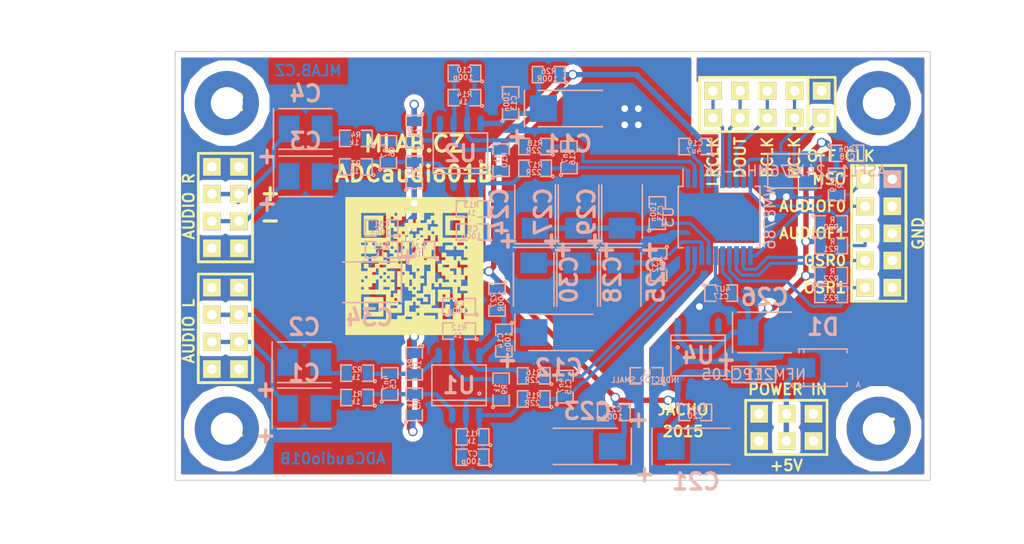
<source format=kicad_pcb>
(kicad_pcb (version 4) (host pcbnew 0.201412081631+5316~19~ubuntu14.04.1-product)
  (layers (0 F.Cu signal) (31 B.Cu signal) (34 B.Paste user) (35 F.Paste user) (36 B.SilkS user) (37 F.SilkS user) (38 B.Mask user) (39 F.Mask user) (44 Edge.Cuts user))
  (net 0 "")
  (net 1 "Net-(C1-Pad1)")
  (net 2 "Net-(C1-Pad2)")
  (net 3 "Net-(C2-Pad2)")
  (net 4 "Net-(C2-Pad1)")
  (net 5 "Net-(C3-Pad2)")
  (net 6 "Net-(C3-Pad1)")
  (net 7 "Net-(C4-Pad2)")
  (net 8 "Net-(C4-Pad1)")
  (net 9 "Net-(C5-Pad1)")
  (net 10 "Net-(C5-Pad2)")
  (net 11 "Net-(C6-Pad1)")
  (net 12 "Net-(C6-Pad2)")
  (net 13 "Net-(C7-Pad1)")
  (net 14 "Net-(C7-Pad2)")
  (net 15 "Net-(C8-Pad1)")
  (net 16 "Net-(C8-Pad2)")
  (net 17 "Net-(C9-Pad1)")
  (net 18 "Net-(C9-Pad2)")
  (net 19 "Net-(C10-Pad1)")
  (net 20 "Net-(C10-Pad2)")
  (net 21 GNDA)
  (net 22 +5V)
  (net 23 /AINR-)
  (net 24 /AINR+)
  (net 25 /AINL+)
  (net 26 /AINL-)
  (net 27 DGND)
  (net 28 +3.3V)
  (net 29 /VMIO)
  (net 30 /VREF)
  (net 31 /AVDD/2)
  (net 32 "Net-(D1-Pad2)")
  (net 33 /MSO)
  (net 34 /AUDIOF1)
  (net 35 /OSR1)
  (net 36 /OSR0)
  (net 37 /AUDIOF0)
  (net 38 "Net-(P1-Pad1)")
  (net 39 "Net-(P2-Pad1)")
  (net 40 "Net-(P3-Pad1)")
  (net 41 "Net-(P4-Pad1)")
  (net 42 /BCLK)
  (net 43 /LRCLK)
  (net 44 /DOUT)
  (net 45 /MCLK)
  (net 46 "Net-(U4-Pad4)")
  (net 47 /VCC)
  (net 48 "Net-(J4-Pad2)")
  (net 49 /VCC1)
  (module LOGO (layer F.Cu) (at 22.606 -20.32)
    (fp_text reference G*** hide)
    (fp_text value LOGO hide)
  )
  (module MLAB_C:TantalC_SizeB_Reflow (layer B.Cu) (at 12.319 -6.985 180)
    (fp_text reference C1 (at 0 3.302 180) (layer B.SilkS) (effects (font (thickness 0.3048)) (justify mirror)))
    (fp_text value 10u hide)
    (fp_text user + (at 3.59918 -2.49936 360) (layer B.SilkS) (effects (font (thickness 0.3048)) (justify mirror)))
    (pad 2 smd rect (at -1.5494 0) (size 1.95072 2.49936) (layers B.Cu B.Paste B.Mask) (net 2 "Net-(C1-Pad2)"))
    (pad 1 smd rect (at 1.5494 0) (size 1.95072 2.49936) (layers B.Cu B.Paste B.Mask) (net 1 "Net-(C1-Pad1)"))
  )
  (module MLAB_C:TantalC_SizeB_Reflow (layer B.Cu) (at 12.319 -11.303 180)
    (fp_text reference C2 (at 0 3.302 180) (layer B.SilkS) (effects (font (thickness 0.3048)) (justify mirror)))
    (fp_text value 10u hide)
    (fp_text user + (at 3.59918 -2.49936 360) (layer B.SilkS) (effects (font (thickness 0.3048)) (justify mirror)))
    (pad 2 smd rect (at -1.5494 0) (size 1.95072 2.49936) (layers B.Cu B.Paste B.Mask) (net 3 "Net-(C2-Pad2)"))
    (pad 1 smd rect (at 1.5494 0) (size 1.95072 2.49936) (layers B.Cu B.Paste B.Mask) (net 4 "Net-(C2-Pad1)"))
  )
  (module MLAB_C:TantalC_SizeB_Reflow (layer B.Cu) (at 12.446 -28.702 180)
    (fp_text reference C3 (at 0 3.302 180) (layer B.SilkS) (effects (font (thickness 0.3048)) (justify mirror)))
    (fp_text value 10u hide)
    (fp_text user + (at 3.59918 -2.49936 360) (layer B.SilkS) (effects (font (thickness 0.3048)) (justify mirror)))
    (pad 2 smd rect (at -1.5494 0) (size 1.95072 2.49936) (layers B.Cu B.Paste B.Mask) (net 5 "Net-(C3-Pad2)"))
    (pad 1 smd rect (at 1.5494 0) (size 1.95072 2.49936) (layers B.Cu B.Paste B.Mask) (net 6 "Net-(C3-Pad1)"))
  )
  (module MLAB_C:TantalC_SizeB_Reflow (layer B.Cu) (at 12.446 -33.147 180)
    (fp_text reference C4 (at 0 3.302 180) (layer B.SilkS) (effects (font (thickness 0.3048)) (justify mirror)))
    (fp_text value 10u hide)
    (fp_text user + (at 3.59918 -2.49936 360) (layer B.SilkS) (effects (font (thickness 0.3048)) (justify mirror)))
    (pad 2 smd rect (at -1.5494 0) (size 1.95072 2.49936) (layers B.Cu B.Paste B.Mask) (net 7 "Net-(C4-Pad2)"))
    (pad 1 smd rect (at 1.5494 0) (size 1.95072 2.49936) (layers B.Cu B.Paste B.Mask) (net 8 "Net-(C4-Pad1)"))
  )
  (module MLAB_R:SMD-0805 (layer B.Cu) (at 20.32 -9.271 90)
    (fp_text reference C5 (at 0 0.3175 90) (layer B.SilkS) (effects (font (size 0.50038 0.50038) (thickness 0.10922)) (justify mirror)))
    (fp_text value 4n7 (at 0.127 -0.381 90) (layer B.SilkS) (effects (font (size 0.50038 0.50038) (thickness 0.10922)) (justify mirror)))
    (pad 1 smd rect (at -0.9525 0 90) (size 0.889 1.397) (layers B.Cu B.Paste B.Mask) (net 9 "Net-(C5-Pad1)"))
    (pad 2 smd rect (at 0.9525 0 90) (size 0.889 1.397) (layers B.Cu B.Paste B.Mask) (net 10 "Net-(C5-Pad2)"))
  )
  (module MLAB_R:SMD-0805 (layer B.Cu) (at 20.193 -30.988 90)
    (fp_text reference C6 (at 0 0.3175 90) (layer B.SilkS) (effects (font (size 0.50038 0.50038) (thickness 0.10922)) (justify mirror)))
    (fp_text value 4n7 (at 0.127 -0.381 90) (layer B.SilkS) (effects (font (size 0.50038 0.50038) (thickness 0.10922)) (justify mirror)))
    (pad 1 smd rect (at -0.9525 0 90) (size 0.889 1.397) (layers B.Cu B.Paste B.Mask) (net 11 "Net-(C6-Pad1)"))
    (pad 2 smd rect (at 0.9525 0 90) (size 0.889 1.397) (layers B.Cu B.Paste B.Mask) (net 12 "Net-(C6-Pad2)"))
  )
  (module MLAB_R:SMD-0805 (layer B.Cu) (at 28.067 -2.413 180)
    (fp_text reference C7 (at 0 0.3175 180) (layer B.SilkS) (effects (font (size 0.50038 0.50038) (thickness 0.10922)) (justify mirror)))
    (fp_text value 100p (at 0.127 -0.381 180) (layer B.SilkS) (effects (font (size 0.50038 0.50038) (thickness 0.10922)) (justify mirror)))
    (pad 1 smd rect (at -0.9525 0 180) (size 0.889 1.397) (layers B.Cu B.Paste B.Mask) (net 13 "Net-(C7-Pad1)"))
    (pad 2 smd rect (at 0.9525 0 180) (size 0.889 1.397) (layers B.Cu B.Paste B.Mask) (net 14 "Net-(C7-Pad2)"))
  )
  (module MLAB_R:SMD-0805 (layer B.Cu) (at 26.797 -16.51 180)
    (fp_text reference C8 (at 0 0.3175 180) (layer B.SilkS) (effects (font (size 0.50038 0.50038) (thickness 0.10922)) (justify mirror)))
    (fp_text value 100p (at 0.127 -0.381 180) (layer B.SilkS) (effects (font (size 0.50038 0.50038) (thickness 0.10922)) (justify mirror)))
    (pad 1 smd rect (at -0.9525 0 180) (size 0.889 1.397) (layers B.Cu B.Paste B.Mask) (net 15 "Net-(C8-Pad1)"))
    (pad 2 smd rect (at 0.9525 0 180) (size 0.889 1.397) (layers B.Cu B.Paste B.Mask) (net 16 "Net-(C8-Pad2)"))
  )
  (module MLAB_R:SMD-0805 (layer B.Cu) (at 28.067 -23.495 180)
    (fp_text reference C9 (at 0 0.3175 180) (layer B.SilkS) (effects (font (size 0.50038 0.50038) (thickness 0.10922)) (justify mirror)))
    (fp_text value 100p (at 0.127 -0.381 180) (layer B.SilkS) (effects (font (size 0.50038 0.50038) (thickness 0.10922)) (justify mirror)))
    (pad 1 smd rect (at -0.9525 0 180) (size 0.889 1.397) (layers B.Cu B.Paste B.Mask) (net 17 "Net-(C9-Pad1)"))
    (pad 2 smd rect (at 0.9525 0 180) (size 0.889 1.397) (layers B.Cu B.Paste B.Mask) (net 18 "Net-(C9-Pad2)"))
  )
  (module MLAB_R:SMD-0805 (layer B.Cu) (at 27.305 -38.354 180)
    (fp_text reference C10 (at 0 0.3175 180) (layer B.SilkS) (effects (font (size 0.50038 0.50038) (thickness 0.10922)) (justify mirror)))
    (fp_text value 100p (at 0.127 -0.381 180) (layer B.SilkS) (effects (font (size 0.50038 0.50038) (thickness 0.10922)) (justify mirror)))
    (pad 1 smd rect (at -0.9525 0 180) (size 0.889 1.397) (layers B.Cu B.Paste B.Mask) (net 19 "Net-(C10-Pad1)"))
    (pad 2 smd rect (at 0.9525 0 180) (size 0.889 1.397) (layers B.Cu B.Paste B.Mask) (net 20 "Net-(C10-Pad2)"))
  )
  (module MLAB_C:TantalC_SizeC_Reflow (layer B.Cu) (at 37.211 -35.052)
    (fp_text reference C11 (at -0.20066 3.29946) (layer B.SilkS) (effects (font (thickness 0.3048)) (justify mirror)))
    (fp_text value 47u hide)
    (fp_text user + (at -4.99872 2.55016) (layer B.SilkS) (effects (font (thickness 0.3048)) (justify mirror)))
    (pad 2 smd rect (at 2.52476 0) (size 2.55016 2.49936) (layers B.Cu B.Paste B.Mask) (net 21 GNDA))
    (pad 1 smd rect (at -2.52476 0) (size 2.55016 2.49936) (layers B.Cu B.Paste B.Mask) (net 49 /VCC1))
  )
  (module MLAB_C:TantalC_SizeC_Reflow (layer B.Cu) (at 36.322 -14.097)
    (fp_text reference C12 (at -0.20066 3.29946) (layer B.SilkS) (effects (font (thickness 0.3048)) (justify mirror)))
    (fp_text value 47u hide)
    (fp_text user + (at -4.99872 2.55016) (layer B.SilkS) (effects (font (thickness 0.3048)) (justify mirror)))
    (pad 2 smd rect (at 2.52476 0) (size 2.55016 2.49936) (layers B.Cu B.Paste B.Mask) (net 21 GNDA))
    (pad 1 smd rect (at -2.52476 0) (size 2.55016 2.49936) (layers B.Cu B.Paste B.Mask) (net 47 /VCC))
  )
  (module MLAB_R:SMD-0805 (layer B.Cu) (at 31.623 -35.56 90)
    (fp_text reference C13 (at 0 0.3175 90) (layer B.SilkS) (effects (font (size 0.50038 0.50038) (thickness 0.10922)) (justify mirror)))
    (fp_text value 100n (at 0.127 -0.381 90) (layer B.SilkS) (effects (font (size 0.50038 0.50038) (thickness 0.10922)) (justify mirror)))
    (pad 1 smd rect (at -0.9525 0 90) (size 0.889 1.397) (layers B.Cu B.Paste B.Mask) (net 49 /VCC1))
    (pad 2 smd rect (at 0.9525 0 90) (size 0.889 1.397) (layers B.Cu B.Paste B.Mask) (net 21 GNDA))
  )
  (module MLAB_R:SMD-0805 (layer B.Cu) (at 30.988 -13.335 270)
    (fp_text reference C14 (at 0 0.3175 270) (layer B.SilkS) (effects (font (size 0.50038 0.50038) (thickness 0.10922)) (justify mirror)))
    (fp_text value 100n (at 0.127 -0.381 270) (layer B.SilkS) (effects (font (size 0.50038 0.50038) (thickness 0.10922)) (justify mirror)))
    (pad 1 smd rect (at -0.9525 0 270) (size 0.889 1.397) (layers B.Cu B.Paste B.Mask) (net 47 /VCC))
    (pad 2 smd rect (at 0.9525 0 270) (size 0.889 1.397) (layers B.Cu B.Paste B.Mask) (net 21 GNDA))
  )
  (module MLAB_R:SMD-0805 (layer B.Cu) (at 36.703 -9.017 90)
    (fp_text reference C15 (at 0 0.3175 90) (layer B.SilkS) (effects (font (size 0.50038 0.50038) (thickness 0.10922)) (justify mirror)))
    (fp_text value 4n7 (at 0.127 -0.381 90) (layer B.SilkS) (effects (font (size 0.50038 0.50038) (thickness 0.10922)) (justify mirror)))
    (pad 1 smd rect (at -0.9525 0 90) (size 0.889 1.397) (layers B.Cu B.Paste B.Mask) (net 23 /AINR-))
    (pad 2 smd rect (at 0.9525 0 90) (size 0.889 1.397) (layers B.Cu B.Paste B.Mask) (net 24 /AINR+))
  )
  (module MLAB_R:SMD-0805 (layer B.Cu) (at 37.084 -30.48 90)
    (fp_text reference C16 (at 0 0.3175 90) (layer B.SilkS) (effects (font (size 0.50038 0.50038) (thickness 0.10922)) (justify mirror)))
    (fp_text value 4n7 (at 0.127 -0.381 90) (layer B.SilkS) (effects (font (size 0.50038 0.50038) (thickness 0.10922)) (justify mirror)))
    (pad 1 smd rect (at -0.9525 0 90) (size 0.889 1.397) (layers B.Cu B.Paste B.Mask) (net 25 /AINL+))
    (pad 2 smd rect (at 0.9525 0 90) (size 0.889 1.397) (layers B.Cu B.Paste B.Mask) (net 26 /AINL-))
  )
  (module MLAB_R:SMD-0805 (layer B.Cu) (at 51.308 -17.78)
    (fp_text reference C17 (at 0 0.3175) (layer B.SilkS) (effects (font (size 0.50038 0.50038) (thickness 0.10922)) (justify mirror)))
    (fp_text value 4U7 (at 0.127 -0.381) (layer B.SilkS) (effects (font (size 0.50038 0.50038) (thickness 0.10922)) (justify mirror)))
    (pad 1 smd rect (at -0.9525 0) (size 0.889 1.397) (layers B.Cu B.Paste B.Mask) (net 27 DGND))
    (pad 2 smd rect (at 0.9525 0) (size 0.889 1.397) (layers B.Cu B.Paste B.Mask) (net 28 +3.3V))
  )
  (module MLAB_R:SMD-0805 (layer B.Cu) (at 63.119 -30.861)
    (fp_text reference C18 (at 0 0.3175) (layer B.SilkS) (effects (font (size 0.50038 0.50038) (thickness 0.10922)) (justify mirror)))
    (fp_text value 100n (at 0.127 -0.381) (layer B.SilkS) (effects (font (size 0.50038 0.50038) (thickness 0.10922)) (justify mirror)))
    (pad 1 smd rect (at -0.9525 0) (size 0.889 1.397) (layers B.Cu B.Paste B.Mask) (net 28 +3.3V))
    (pad 2 smd rect (at 0.9525 0) (size 0.889 1.397) (layers B.Cu B.Paste B.Mask) (net 27 DGND))
  )
  (module MLAB_R:SMD-0805 (layer B.Cu) (at 48.895 -31.496 180)
    (fp_text reference C19 (at 0 0.3175 180) (layer B.SilkS) (effects (font (size 0.50038 0.50038) (thickness 0.10922)) (justify mirror)))
    (fp_text value 4u7 (at 0.127 -0.381 180) (layer B.SilkS) (effects (font (size 0.50038 0.50038) (thickness 0.10922)) (justify mirror)))
    (pad 1 smd rect (at -0.9525 0 180) (size 0.889 1.397) (layers B.Cu B.Paste B.Mask) (net 22 +5V))
    (pad 2 smd rect (at 0.9525 0 180) (size 0.889 1.397) (layers B.Cu B.Paste B.Mask) (net 21 GNDA))
  )
  (module MLAB_R:SMD-0805 (layer B.Cu) (at 48.895 -6.604)
    (fp_text reference C20 (at 0 0.3175) (layer B.SilkS) (effects (font (size 0.50038 0.50038) (thickness 0.10922)) (justify mirror)))
    (fp_text value 100n (at 0.127 -0.381) (layer B.SilkS) (effects (font (size 0.50038 0.50038) (thickness 0.10922)) (justify mirror)))
    (pad 1 smd rect (at -0.9525 0) (size 0.889 1.397) (layers B.Cu B.Paste B.Mask) (net 22 +5V))
    (pad 2 smd rect (at 0.9525 0) (size 0.889 1.397) (layers B.Cu B.Paste B.Mask) (net 27 DGND))
  )
  (module MLAB_C:TantalC_SizeC_Reflow (layer B.Cu) (at 49.149 -3.429)
    (fp_text reference C21 (at -0.20066 3.29946) (layer B.SilkS) (effects (font (thickness 0.3048)) (justify mirror)))
    (fp_text value 47u hide)
    (fp_text user + (at -4.99872 2.55016) (layer B.SilkS) (effects (font (thickness 0.3048)) (justify mirror)))
    (pad 2 smd rect (at 2.52476 0) (size 2.55016 2.49936) (layers B.Cu B.Paste B.Mask) (net 27 DGND))
    (pad 1 smd rect (at -2.52476 0) (size 2.55016 2.49936) (layers B.Cu B.Paste B.Mask) (net 22 +5V))
  )
  (module MLAB_R:SMD-0805 (layer B.Cu) (at 41.275 -6.604 180)
    (fp_text reference C22 (at 0 0.3175 180) (layer B.SilkS) (effects (font (size 0.50038 0.50038) (thickness 0.10922)) (justify mirror)))
    (fp_text value 100n (at 0.127 -0.381 180) (layer B.SilkS) (effects (font (size 0.50038 0.50038) (thickness 0.10922)) (justify mirror)))
    (pad 1 smd rect (at -0.9525 0 180) (size 0.889 1.397) (layers B.Cu B.Paste B.Mask) (net 22 +5V))
    (pad 2 smd rect (at 0.9525 0 180) (size 0.889 1.397) (layers B.Cu B.Paste B.Mask) (net 21 GNDA))
  )
  (module MLAB_C:TantalC_SizeC_Reflow (layer B.Cu) (at 38.608 -3.429 180)
    (fp_text reference C23 (at -0.20066 3.29946 180) (layer B.SilkS) (effects (font (thickness 0.3048)) (justify mirror)))
    (fp_text value 47u hide)
    (fp_text user + (at -4.99872 2.55016 180) (layer B.SilkS) (effects (font (thickness 0.3048)) (justify mirror)))
    (pad 2 smd rect (at 2.52476 0 180) (size 2.55016 2.49936) (layers B.Cu B.Paste B.Mask) (net 21 GNDA))
    (pad 1 smd rect (at -2.52476 0 180) (size 2.55016 2.49936) (layers B.Cu B.Paste B.Mask) (net 22 +5V))
  )
  (module MLAB_C:TantalC_SizeB_Reflow (layer B.Cu) (at 33.909 -25.4 270)
    (fp_text reference C24 (at 0 3.302 270) (layer B.SilkS) (effects (font (thickness 0.3048)) (justify mirror)))
    (fp_text value 10u hide)
    (fp_text user + (at 3.59918 -2.49936 450) (layer B.SilkS) (effects (font (thickness 0.3048)) (justify mirror)))
    (pad 2 smd rect (at -1.5494 0 90) (size 1.95072 2.49936) (layers B.Cu B.Paste B.Mask) (net 21 GNDA))
    (pad 1 smd rect (at 1.5494 0 90) (size 1.95072 2.49936) (layers B.Cu B.Paste B.Mask) (net 29 /VMIO))
  )
  (module MLAB_C:TantalC_SizeB_Reflow (layer B.Cu) (at 41.91 -19.05 90)
    (fp_text reference C25 (at 0 3.302 90) (layer B.SilkS) (effects (font (thickness 0.3048)) (justify mirror)))
    (fp_text value 10u hide)
    (fp_text user + (at 3.59918 -2.49936 270) (layer B.SilkS) (effects (font (thickness 0.3048)) (justify mirror)))
    (pad 2 smd rect (at -1.5494 0 270) (size 1.95072 2.49936) (layers B.Cu B.Paste B.Mask) (net 21 GNDA))
    (pad 1 smd rect (at 1.5494 0 270) (size 1.95072 2.49936) (layers B.Cu B.Paste B.Mask) (net 30 /VREF))
  )
  (module MLAB_C:TantalC_SizeB_Reflow (layer B.Cu) (at 55.372 -14.097 180)
    (fp_text reference C26 (at 0 3.302 180) (layer B.SilkS) (effects (font (thickness 0.3048)) (justify mirror)))
    (fp_text value 10u hide)
    (fp_text user + (at 3.59918 -2.49936 360) (layer B.SilkS) (effects (font (thickness 0.3048)) (justify mirror)))
    (pad 2 smd rect (at -1.5494 0) (size 1.95072 2.49936) (layers B.Cu B.Paste B.Mask) (net 27 DGND))
    (pad 1 smd rect (at 1.5494 0) (size 1.95072 2.49936) (layers B.Cu B.Paste B.Mask) (net 28 +3.3V))
  )
  (module MLAB_C:TantalC_SizeB_Reflow (layer B.Cu) (at 37.973 -25.4 270)
    (fp_text reference C27 (at 0 3.302 270) (layer B.SilkS) (effects (font (thickness 0.3048)) (justify mirror)))
    (fp_text value 10u hide)
    (fp_text user + (at 3.59918 -2.49936 450) (layer B.SilkS) (effects (font (thickness 0.3048)) (justify mirror)))
    (pad 2 smd rect (at -1.5494 0 90) (size 1.95072 2.49936) (layers B.Cu B.Paste B.Mask) (net 21 GNDA))
    (pad 1 smd rect (at 1.5494 0 90) (size 1.95072 2.49936) (layers B.Cu B.Paste B.Mask) (net 29 /VMIO))
  )
  (module MLAB_C:TantalC_SizeB_Reflow (layer B.Cu) (at 37.846 -19.05 90)
    (fp_text reference C28 (at 0 3.302 90) (layer B.SilkS) (effects (font (thickness 0.3048)) (justify mirror)))
    (fp_text value 10u hide)
    (fp_text user + (at 3.59918 -2.49936 270) (layer B.SilkS) (effects (font (thickness 0.3048)) (justify mirror)))
    (pad 2 smd rect (at -1.5494 0 270) (size 1.95072 2.49936) (layers B.Cu B.Paste B.Mask) (net 21 GNDA))
    (pad 1 smd rect (at 1.5494 0 270) (size 1.95072 2.49936) (layers B.Cu B.Paste B.Mask) (net 30 /VREF))
  )
  (module MLAB_C:TantalC_SizeB_Reflow (layer B.Cu) (at 42.037 -25.4 270)
    (fp_text reference C29 (at 0 3.302 270) (layer B.SilkS) (effects (font (thickness 0.3048)) (justify mirror)))
    (fp_text value 10u hide)
    (fp_text user + (at 3.59918 -2.49936 450) (layer B.SilkS) (effects (font (thickness 0.3048)) (justify mirror)))
    (pad 2 smd rect (at -1.5494 0 90) (size 1.95072 2.49936) (layers B.Cu B.Paste B.Mask) (net 21 GNDA))
    (pad 1 smd rect (at 1.5494 0 90) (size 1.95072 2.49936) (layers B.Cu B.Paste B.Mask) (net 29 /VMIO))
  )
  (module MLAB_C:TantalC_SizeB_Reflow (layer B.Cu) (at 33.782 -19.05 90)
    (fp_text reference C30 (at 0 3.302 90) (layer B.SilkS) (effects (font (thickness 0.3048)) (justify mirror)))
    (fp_text value 10u hide)
    (fp_text user + (at 3.59918 -2.49936 270) (layer B.SilkS) (effects (font (thickness 0.3048)) (justify mirror)))
    (pad 2 smd rect (at -1.5494 0 270) (size 1.95072 2.49936) (layers B.Cu B.Paste B.Mask) (net 21 GNDA))
    (pad 1 smd rect (at 1.5494 0 270) (size 1.95072 2.49936) (layers B.Cu B.Paste B.Mask) (net 30 /VREF))
  )
  (module MLAB_R:SMD-0805 (layer B.Cu) (at 19.558 -23.876 180)
    (fp_text reference C31 (at 0 0.3175 180) (layer B.SilkS) (effects (font (size 0.50038 0.50038) (thickness 0.10922)) (justify mirror)))
    (fp_text value 100n (at 0.127 -0.381 180) (layer B.SilkS) (effects (font (size 0.50038 0.50038) (thickness 0.10922)) (justify mirror)))
    (pad 1 smd rect (at -0.9525 0 180) (size 0.889 1.397) (layers B.Cu B.Paste B.Mask) (net 31 /AVDD/2))
    (pad 2 smd rect (at 0.9525 0 180) (size 0.889 1.397) (layers B.Cu B.Paste B.Mask) (net 21 GNDA))
  )
  (module MLAB_R:SMD-0805 (layer B.Cu) (at 45.466 -20.447 270)
    (fp_text reference C32 (at 0 0.3175 270) (layer B.SilkS) (effects (font (size 0.50038 0.50038) (thickness 0.10922)) (justify mirror)))
    (fp_text value 100n (at 0.127 -0.381 270) (layer B.SilkS) (effects (font (size 0.50038 0.50038) (thickness 0.10922)) (justify mirror)))
    (pad 1 smd rect (at -0.9525 0 270) (size 0.889 1.397) (layers B.Cu B.Paste B.Mask) (net 30 /VREF))
    (pad 2 smd rect (at 0.9525 0 270) (size 0.889 1.397) (layers B.Cu B.Paste B.Mask) (net 21 GNDA))
  )
  (module MLAB_R:SMD-0805 (layer B.Cu) (at 45.339 -25.273 90)
    (fp_text reference C33 (at 0 0.3175 90) (layer B.SilkS) (effects (font (size 0.50038 0.50038) (thickness 0.10922)) (justify mirror)))
    (fp_text value 100n (at 0.127 -0.381 90) (layer B.SilkS) (effects (font (size 0.50038 0.50038) (thickness 0.10922)) (justify mirror)))
    (pad 1 smd rect (at -0.9525 0 90) (size 0.889 1.397) (layers B.Cu B.Paste B.Mask) (net 29 /VMIO))
    (pad 2 smd rect (at 0.9525 0 90) (size 0.889 1.397) (layers B.Cu B.Paste B.Mask) (net 21 GNDA))
  )
  (module MLAB_C:TantalC_SizeB_Reflow (layer B.Cu) (at 18.415 -18.796)
    (fp_text reference C34 (at 0 3.302) (layer B.SilkS) (effects (font (thickness 0.3048)) (justify mirror)))
    (fp_text value 10uF hide)
    (fp_text user + (at 3.59918 -2.49936 180) (layer B.SilkS) (effects (font (thickness 0.3048)) (justify mirror)))
    (pad 2 smd rect (at -1.5494 0 180) (size 1.95072 2.49936) (layers B.Cu B.Paste B.Mask) (net 21 GNDA))
    (pad 1 smd rect (at 1.5494 0 180) (size 1.95072 2.49936) (layers B.Cu B.Paste B.Mask) (net 31 /AVDD/2))
  )
  (module MLAB_D:Diode-SMA_Standard (layer B.Cu) (at 60.833 -10.795 180)
    (fp_text reference D1 (at 0 3.81 180) (layer B.SilkS) (effects (font (thickness 0.3048)) (justify mirror)))
    (fp_text value M4 hide)
    (fp_text user A (at -3.29946 -1.6002 180) (layer B.SilkS) (effects (font (size 0.50038 0.50038) (thickness 0.09906)) (justify mirror)))
    (fp_text user K (at 2.99974 -1.69926 180) (layer B.SilkS) (effects (font (size 0.50038 0.50038) (thickness 0.09906)) (justify mirror)))
    (pad 1 smd rect (at -1.99898 0 180) (size 2.49936 1.80086) (layers B.Cu B.Paste B.Mask) (net 27 DGND))
    (pad 2 smd rect (at 1.99898 0 180) (size 2.49936 1.80086) (layers B.Cu B.Paste B.Mask) (net 32 "Net-(D1-Pad2)"))
  )
  (module Hrebinky:Pin_Header_Straight_2x04 (layer F.Cu) (at 4.953 -14.478 270)
    (fp_text reference J1 hide)
    (fp_text value JUMP_4X2 hide)
    (pad 3 thru_hole rect (at 1.27 1.27 270) (size 1.651 1.651) (drill 0.9) (layers *.Cu *.Mask F.SilkS) (net 1 "Net-(C1-Pad1)"))
    (pad 6 thru_hole rect (at 1.27 -1.27 270) (size 1.651 1.651) (drill 0.9) (layers *.Cu *.Mask F.SilkS) (net 1 "Net-(C1-Pad1)"))
    (pad 1 thru_hole rect (at -3.81 1.27 270) (size 1.651 1.651) (drill 0.9) (layers *.Cu *.Mask F.SilkS) (net 21 GNDA))
    (pad 2 thru_hole rect (at -1.27 1.27 270) (size 1.651 1.651) (drill 0.9) (layers *.Cu *.Mask F.SilkS) (net 4 "Net-(C2-Pad1)"))
    (pad 4 thru_hole rect (at 3.81 1.27 270) (size 1.651 1.651) (drill 0.9) (layers *.Cu *.Mask F.SilkS) (net 21 GNDA))
    (pad 5 thru_hole rect (at 3.81 -1.27 270) (size 1.651 1.651) (drill 0.9) (layers *.Cu *.Mask F.SilkS) (net 21 GNDA))
    (pad 7 thru_hole rect (at -1.27 -1.27 270) (size 1.651 1.651) (drill 0.9) (layers *.Cu *.Mask F.SilkS) (net 4 "Net-(C2-Pad1)"))
    (pad 8 thru_hole rect (at -3.81 -1.27 270) (size 1.651 1.651) (drill 0.9) (layers *.Cu *.Mask F.SilkS) (net 21 GNDA))
  )
  (module Hrebinky:Pin_Header_Straight_2x04 (layer F.Cu) (at 4.953 -25.781 270)
    (fp_text reference J2 hide)
    (fp_text value JUMP_4X2 hide)
    (pad 3 thru_hole rect (at 1.27 1.27 270) (size 1.651 1.651) (drill 0.9) (layers *.Cu *.Mask F.SilkS) (net 6 "Net-(C3-Pad1)"))
    (pad 6 thru_hole rect (at 1.27 -1.27 270) (size 1.651 1.651) (drill 0.9) (layers *.Cu *.Mask F.SilkS) (net 6 "Net-(C3-Pad1)"))
    (pad 1 thru_hole rect (at -3.81 1.27 270) (size 1.651 1.651) (drill 0.9) (layers *.Cu *.Mask F.SilkS) (net 21 GNDA))
    (pad 2 thru_hole rect (at -1.27 1.27 270) (size 1.651 1.651) (drill 0.9) (layers *.Cu *.Mask F.SilkS) (net 8 "Net-(C4-Pad1)"))
    (pad 4 thru_hole rect (at 3.81 1.27 270) (size 1.651 1.651) (drill 0.9) (layers *.Cu *.Mask F.SilkS) (net 21 GNDA))
    (pad 5 thru_hole rect (at 3.81 -1.27 270) (size 1.651 1.651) (drill 0.9) (layers *.Cu *.Mask F.SilkS) (net 21 GNDA))
    (pad 7 thru_hole rect (at -1.27 -1.27 270) (size 1.651 1.651) (drill 0.9) (layers *.Cu *.Mask F.SilkS) (net 8 "Net-(C4-Pad1)"))
    (pad 8 thru_hole rect (at -3.81 -1.27 270) (size 1.651 1.651) (drill 0.9) (layers *.Cu *.Mask F.SilkS) (net 21 GNDA))
  )
  (module Hrebinky:Pin_Header_Straight_2x03 (layer F.Cu) (at 57.404 -5.207 180)
    (fp_text reference J3 hide)
    (fp_text value JUMP_3X2 hide)
    (pad 1 thru_hole rect (at -2.54 1.27 180) (size 1.651 1.651) (drill 0.9) (layers *.Cu *.Mask F.SilkS) (net 27 DGND))
    (pad 2 thru_hole rect (at 0 1.27 180) (size 1.651 1.651) (drill 0.9) (layers *.Cu *.Mask F.SilkS) (net 32 "Net-(D1-Pad2)"))
    (pad 3 thru_hole rect (at 2.54 1.27 180) (size 1.651 1.651) (drill 0.9) (layers *.Cu *.Mask F.SilkS) (net 27 DGND))
    (pad 4 thru_hole rect (at 2.54 -1.27 180) (size 1.651 1.651) (drill 0.9) (layers *.Cu *.Mask F.SilkS) (net 27 DGND))
    (pad 5 thru_hole rect (at 0 -1.27 180) (size 1.651 1.651) (drill 0.9) (layers *.Cu *.Mask F.SilkS) (net 32 "Net-(D1-Pad2)"))
    (pad 6 thru_hole rect (at -2.54 -1.27 180) (size 1.651 1.651) (drill 0.9) (layers *.Cu *.Mask F.SilkS) (net 27 DGND))
  )
  (module Hrebinky:Pin_Header_Straight_2x04 (layer F.Cu) (at 54.356 -35.433)
    (fp_text reference J5 hide)
    (fp_text value JUMP_4X2 hide)
    (pad 3 thru_hole rect (at 1.27 1.27) (size 1.651 1.651) (drill 0.9) (layers *.Cu *.Mask F.SilkS) (net 42 /BCLK))
    (pad 6 thru_hole rect (at 1.27 -1.27) (size 1.651 1.651) (drill 0.9) (layers *.Cu *.Mask F.SilkS) (net 42 /BCLK))
    (pad 1 thru_hole rect (at -3.81 1.27) (size 1.651 1.651) (drill 0.9) (layers *.Cu *.Mask F.SilkS) (net 43 /LRCLK))
    (pad 2 thru_hole rect (at -1.27 1.27) (size 1.651 1.651) (drill 0.9) (layers *.Cu *.Mask F.SilkS) (net 44 /DOUT))
    (pad 4 thru_hole rect (at 3.81 1.27) (size 1.651 1.651) (drill 0.9) (layers *.Cu *.Mask F.SilkS) (net 45 /MCLK))
    (pad 5 thru_hole rect (at 3.81 -1.27) (size 1.651 1.651) (drill 0.9) (layers *.Cu *.Mask F.SilkS) (net 45 /MCLK))
    (pad 7 thru_hole rect (at -1.27 -1.27) (size 1.651 1.651) (drill 0.9) (layers *.Cu *.Mask F.SilkS) (net 44 /DOUT))
    (pad 8 thru_hole rect (at -3.81 -1.27) (size 1.651 1.651) (drill 0.9) (layers *.Cu *.Mask F.SilkS) (net 43 /LRCLK))
  )
  (module Hrebinky:Pin_Header_Straight_2x05 (layer F.Cu) (at 66.04 -23.368 90)
    (fp_text reference J6 hide)
    (fp_text value JUMP2_5X2 hide)
    (pad 9 thru_hole rect (at -2.54 -1.27 90) (size 1.651 1.651) (drill 0.9) (layers *.Cu *.Mask F.SilkS) (net 36 /OSR0))
    (pad 5 thru_hole rect (at 5.08 1.27 90) (size 1.651 1.651) (drill 0.9) (layers *.Cu *.SilkS *.Mask) (net 27 DGND))
    (pad 3 thru_hole rect (at 0 1.27 90) (size 1.651 1.651) (drill 0.9) (layers *.Cu *.Mask F.SilkS) (net 27 DGND))
    (pad 6 thru_hole rect (at 5.08 -1.27 90) (size 1.651 1.651) (drill 0.9) (layers *.Cu *.Mask F.SilkS) (net 33 /MSO))
    (pad 1 thru_hole rect (at -5.08 1.27 90) (size 1.651 1.651) (drill 0.9) (layers *.Cu *.Mask F.SilkS) (net 27 DGND))
    (pad 2 thru_hole rect (at -2.54 1.27 90) (size 1.651 1.651) (drill 0.9) (layers *.Cu *.Mask F.SilkS) (net 27 DGND))
    (pad 4 thru_hole rect (at 2.54 1.27 90) (size 1.651 1.651) (drill 0.9) (layers *.Cu *.Mask F.SilkS) (net 27 DGND))
    (pad 10 thru_hole rect (at -5.08 -1.27 90) (size 1.651 1.651) (drill 0.9) (layers *.Cu *.Mask F.SilkS) (net 35 /OSR1))
    (pad 7 thru_hole rect (at 2.54 -1.27 90) (size 1.651 1.651) (drill 0.9) (layers *.Cu *.Mask F.SilkS) (net 37 /AUDIOF0))
    (pad 8 thru_hole rect (at 0 -1.27 90) (size 1.651 1.651) (drill 0.9) (layers *.Cu *.Mask F.SilkS) (net 34 /AUDIOF1))
  )
  (module MLAB_R:SMD-0805 (layer B.Cu) (at 44.323 -10.033 180)
    (fp_text reference L1 (at 0 0.3175 180) (layer B.SilkS) (effects (font (size 0.50038 0.50038) (thickness 0.10922)) (justify mirror)))
    (fp_text value INDUCTOR_SMALL (at 0.127 -0.381 180) (layer B.SilkS) (effects (font (size 0.50038 0.50038) (thickness 0.10922)) (justify mirror)))
    (pad 1 smd rect (at -0.9525 0 180) (size 0.889 1.397) (layers B.Cu B.Paste B.Mask) (net 27 DGND))
    (pad 2 smd rect (at 0.9525 0 180) (size 0.889 1.397) (layers B.Cu B.Paste B.Mask) (net 21 GNDA))
  )
  (module MLAB_R:SMD-0805 (layer B.Cu) (at 17.272 -8.001 180)
    (fp_text reference R1 (at 0 0.3175 180) (layer B.SilkS) (effects (font (size 0.50038 0.50038) (thickness 0.10922)) (justify mirror)))
    (fp_text value 1k (at 0.127 -0.381 180) (layer B.SilkS) (effects (font (size 0.50038 0.50038) (thickness 0.10922)) (justify mirror)))
    (pad 1 smd rect (at -0.9525 0 180) (size 0.889 1.397) (layers B.Cu B.Paste B.Mask) (net 9 "Net-(C5-Pad1)"))
    (pad 2 smd rect (at 0.9525 0 180) (size 0.889 1.397) (layers B.Cu B.Paste B.Mask) (net 2 "Net-(C1-Pad2)"))
  )
  (module MLAB_R:SMD-0805 (layer B.Cu) (at 17.272 -10.287 180)
    (fp_text reference R2 (at 0 0.3175 180) (layer B.SilkS) (effects (font (size 0.50038 0.50038) (thickness 0.10922)) (justify mirror)))
    (fp_text value 1k (at 0.127 -0.381 180) (layer B.SilkS) (effects (font (size 0.50038 0.50038) (thickness 0.10922)) (justify mirror)))
    (pad 1 smd rect (at -0.9525 0 180) (size 0.889 1.397) (layers B.Cu B.Paste B.Mask) (net 10 "Net-(C5-Pad2)"))
    (pad 2 smd rect (at 0.9525 0 180) (size 0.889 1.397) (layers B.Cu B.Paste B.Mask) (net 3 "Net-(C2-Pad2)"))
  )
  (module MLAB_R:SMD-0805 (layer B.Cu) (at 17.145 -29.591 180)
    (fp_text reference R3 (at 0 0.3175 180) (layer B.SilkS) (effects (font (size 0.50038 0.50038) (thickness 0.10922)) (justify mirror)))
    (fp_text value 1k (at 0.127 -0.381 180) (layer B.SilkS) (effects (font (size 0.50038 0.50038) (thickness 0.10922)) (justify mirror)))
    (pad 1 smd rect (at -0.9525 0 180) (size 0.889 1.397) (layers B.Cu B.Paste B.Mask) (net 11 "Net-(C6-Pad1)"))
    (pad 2 smd rect (at 0.9525 0 180) (size 0.889 1.397) (layers B.Cu B.Paste B.Mask) (net 5 "Net-(C3-Pad2)"))
  )
  (module MLAB_R:SMD-0805 (layer B.Cu) (at 17.145 -32.258 180)
    (fp_text reference R4 (at 0 0.3175 180) (layer B.SilkS) (effects (font (size 0.50038 0.50038) (thickness 0.10922)) (justify mirror)))
    (fp_text value 1k (at 0.127 -0.381 180) (layer B.SilkS) (effects (font (size 0.50038 0.50038) (thickness 0.10922)) (justify mirror)))
    (pad 1 smd rect (at -0.9525 0 180) (size 0.889 1.397) (layers B.Cu B.Paste B.Mask) (net 12 "Net-(C6-Pad2)"))
    (pad 2 smd rect (at 0.9525 0 180) (size 0.889 1.397) (layers B.Cu B.Paste B.Mask) (net 7 "Net-(C4-Pad2)"))
  )
  (module MLAB_R:SMD-0805 (layer B.Cu) (at 22.606 -7.366 90)
    (fp_text reference R5 (at 0 0.3175 90) (layer B.SilkS) (effects (font (size 0.50038 0.50038) (thickness 0.10922)) (justify mirror)))
    (fp_text value 1k (at 0.127 -0.381 90) (layer B.SilkS) (effects (font (size 0.50038 0.50038) (thickness 0.10922)) (justify mirror)))
    (pad 1 smd rect (at -0.9525 0 90) (size 0.889 1.397) (layers B.Cu B.Paste B.Mask) (net 31 /AVDD/2))
    (pad 2 smd rect (at 0.9525 0 90) (size 0.889 1.397) (layers B.Cu B.Paste B.Mask) (net 9 "Net-(C5-Pad1)"))
  )
  (module MLAB_R:SMD-0805 (layer B.Cu) (at 22.606 -11.176 270)
    (fp_text reference R6 (at 0 0.3175 270) (layer B.SilkS) (effects (font (size 0.50038 0.50038) (thickness 0.10922)) (justify mirror)))
    (fp_text value 1k (at 0.127 -0.381 270) (layer B.SilkS) (effects (font (size 0.50038 0.50038) (thickness 0.10922)) (justify mirror)))
    (pad 1 smd rect (at -0.9525 0 270) (size 0.889 1.397) (layers B.Cu B.Paste B.Mask) (net 31 /AVDD/2))
    (pad 2 smd rect (at 0.9525 0 270) (size 0.889 1.397) (layers B.Cu B.Paste B.Mask) (net 10 "Net-(C5-Pad2)"))
  )
  (module MLAB_R:SMD-0805 (layer B.Cu) (at 22.606 -29.083 90)
    (fp_text reference R7 (at 0 0.3175 90) (layer B.SilkS) (effects (font (size 0.50038 0.50038) (thickness 0.10922)) (justify mirror)))
    (fp_text value 1k (at 0.127 -0.381 90) (layer B.SilkS) (effects (font (size 0.50038 0.50038) (thickness 0.10922)) (justify mirror)))
    (pad 1 smd rect (at -0.9525 0 90) (size 0.889 1.397) (layers B.Cu B.Paste B.Mask) (net 31 /AVDD/2))
    (pad 2 smd rect (at 0.9525 0 90) (size 0.889 1.397) (layers B.Cu B.Paste B.Mask) (net 11 "Net-(C6-Pad1)"))
  )
  (module MLAB_R:SMD-0805 (layer B.Cu) (at 22.606 -32.893 270)
    (fp_text reference R8 (at 0 0.3175 270) (layer B.SilkS) (effects (font (size 0.50038 0.50038) (thickness 0.10922)) (justify mirror)))
    (fp_text value 1k (at 0.127 -0.381 270) (layer B.SilkS) (effects (font (size 0.50038 0.50038) (thickness 0.10922)) (justify mirror)))
    (pad 1 smd rect (at -0.9525 0 270) (size 0.889 1.397) (layers B.Cu B.Paste B.Mask) (net 31 /AVDD/2))
    (pad 2 smd rect (at 0.9525 0 270) (size 0.889 1.397) (layers B.Cu B.Paste B.Mask) (net 12 "Net-(C6-Pad2)"))
  )
  (module MLAB_R:SMD-0805 (layer B.Cu) (at 30.734 -8.763 90)
    (fp_text reference R9 (at 0 0.3175 90) (layer B.SilkS) (effects (font (size 0.50038 0.50038) (thickness 0.10922)) (justify mirror)))
    (fp_text value 1k (at 0.127 -0.381 90) (layer B.SilkS) (effects (font (size 0.50038 0.50038) (thickness 0.10922)) (justify mirror)))
    (pad 1 smd rect (at -0.9525 0 90) (size 0.889 1.397) (layers B.Cu B.Paste B.Mask) (net 14 "Net-(C7-Pad2)"))
    (pad 2 smd rect (at 0.9525 0 90) (size 0.889 1.397) (layers B.Cu B.Paste B.Mask) (net 16 "Net-(C8-Pad2)"))
  )
  (module MLAB_R:SMD-0805 (layer B.Cu) (at 30.734 -30.226 90)
    (fp_text reference R10 (at 0 0.3175 90) (layer B.SilkS) (effects (font (size 0.50038 0.50038) (thickness 0.10922)) (justify mirror)))
    (fp_text value 1k (at 0.127 -0.381 90) (layer B.SilkS) (effects (font (size 0.50038 0.50038) (thickness 0.10922)) (justify mirror)))
    (pad 1 smd rect (at -0.9525 0 90) (size 0.889 1.397) (layers B.Cu B.Paste B.Mask) (net 18 "Net-(C9-Pad2)"))
    (pad 2 smd rect (at 0.9525 0 90) (size 0.889 1.397) (layers B.Cu B.Paste B.Mask) (net 20 "Net-(C10-Pad2)"))
  )
  (module MLAB_R:SMD-0805 (layer B.Cu) (at 28.067 -4.318 180)
    (fp_text reference R11 (at 0 0.3175 180) (layer B.SilkS) (effects (font (size 0.50038 0.50038) (thickness 0.10922)) (justify mirror)))
    (fp_text value 1k (at 0.127 -0.381 180) (layer B.SilkS) (effects (font (size 0.50038 0.50038) (thickness 0.10922)) (justify mirror)))
    (pad 1 smd rect (at -0.9525 0 180) (size 0.889 1.397) (layers B.Cu B.Paste B.Mask) (net 13 "Net-(C7-Pad1)"))
    (pad 2 smd rect (at 0.9525 0 180) (size 0.889 1.397) (layers B.Cu B.Paste B.Mask) (net 14 "Net-(C7-Pad2)"))
  )
  (module MLAB_R:SMD-0805 (layer B.Cu) (at 26.797 -14.224 180)
    (fp_text reference R12 (at 0 0.3175 180) (layer B.SilkS) (effects (font (size 0.50038 0.50038) (thickness 0.10922)) (justify mirror)))
    (fp_text value 1k (at 0.127 -0.381 180) (layer B.SilkS) (effects (font (size 0.50038 0.50038) (thickness 0.10922)) (justify mirror)))
    (pad 1 smd rect (at -0.9525 0 180) (size 0.889 1.397) (layers B.Cu B.Paste B.Mask) (net 15 "Net-(C8-Pad1)"))
    (pad 2 smd rect (at 0.9525 0 180) (size 0.889 1.397) (layers B.Cu B.Paste B.Mask) (net 16 "Net-(C8-Pad2)"))
  )
  (module MLAB_R:SMD-0805 (layer B.Cu) (at 28.067 -25.654 180)
    (fp_text reference R13 (at 0.127 0.381 180) (layer B.SilkS) (effects (font (size 0.50038 0.50038) (thickness 0.10922)) (justify mirror)))
    (fp_text value 1k (at 0.127 -0.381 180) (layer B.SilkS) (effects (font (size 0.50038 0.50038) (thickness 0.10922)) (justify mirror)))
    (pad 1 smd rect (at -0.9525 0 180) (size 0.889 1.397) (layers B.Cu B.Paste B.Mask) (net 17 "Net-(C9-Pad1)"))
    (pad 2 smd rect (at 0.9525 0 180) (size 0.889 1.397) (layers B.Cu B.Paste B.Mask) (net 18 "Net-(C9-Pad2)"))
  )
  (module MLAB_R:SMD-0805 (layer B.Cu) (at 27.305 -36.068 180)
    (fp_text reference R14 (at 0 0.3175 180) (layer B.SilkS) (effects (font (size 0.50038 0.50038) (thickness 0.10922)) (justify mirror)))
    (fp_text value 1k (at 0.127 -0.381 180) (layer B.SilkS) (effects (font (size 0.50038 0.50038) (thickness 0.10922)) (justify mirror)))
    (pad 1 smd rect (at -0.9525 0 180) (size 0.889 1.397) (layers B.Cu B.Paste B.Mask) (net 19 "Net-(C10-Pad1)"))
    (pad 2 smd rect (at 0.9525 0 180) (size 0.889 1.397) (layers B.Cu B.Paste B.Mask) (net 20 "Net-(C10-Pad2)"))
  )
  (module MLAB_R:SMD-0805 (layer B.Cu) (at 33.782 -7.874 180)
    (fp_text reference R15 (at 0 0.3175 180) (layer B.SilkS) (effects (font (size 0.50038 0.50038) (thickness 0.10922)) (justify mirror)))
    (fp_text value 22R (at 0.127 -0.381 180) (layer B.SilkS) (effects (font (size 0.50038 0.50038) (thickness 0.10922)) (justify mirror)))
    (pad 1 smd rect (at -0.9525 0 180) (size 0.889 1.397) (layers B.Cu B.Paste B.Mask) (net 23 /AINR-))
    (pad 2 smd rect (at 0.9525 0 180) (size 0.889 1.397) (layers B.Cu B.Paste B.Mask) (net 13 "Net-(C7-Pad1)"))
  )
  (module MLAB_R:SMD-0805 (layer B.Cu) (at 33.782 -10.033 180)
    (fp_text reference R16 (at 0 0.3175 180) (layer B.SilkS) (effects (font (size 0.50038 0.50038) (thickness 0.10922)) (justify mirror)))
    (fp_text value 22R (at 0.127 -0.381 180) (layer B.SilkS) (effects (font (size 0.50038 0.50038) (thickness 0.10922)) (justify mirror)))
    (pad 1 smd rect (at -0.9525 0 180) (size 0.889 1.397) (layers B.Cu B.Paste B.Mask) (net 24 /AINR+))
    (pad 2 smd rect (at 0.9525 0 180) (size 0.889 1.397) (layers B.Cu B.Paste B.Mask) (net 15 "Net-(C8-Pad1)"))
  )
  (module MLAB_R:SMD-0805 (layer B.Cu) (at 33.909 -29.464 180)
    (fp_text reference R17 (at 0 0.3175 180) (layer B.SilkS) (effects (font (size 0.50038 0.50038) (thickness 0.10922)) (justify mirror)))
    (fp_text value 22R (at 0.127 -0.381 180) (layer B.SilkS) (effects (font (size 0.50038 0.50038) (thickness 0.10922)) (justify mirror)))
    (pad 1 smd rect (at -0.9525 0 180) (size 0.889 1.397) (layers B.Cu B.Paste B.Mask) (net 25 /AINL+))
    (pad 2 smd rect (at 0.9525 0 180) (size 0.889 1.397) (layers B.Cu B.Paste B.Mask) (net 17 "Net-(C9-Pad1)"))
  )
  (module MLAB_R:SMD-0805 (layer B.Cu) (at 33.909 -31.496 180)
    (fp_text reference R18 (at 0 0.3175 180) (layer B.SilkS) (effects (font (size 0.50038 0.50038) (thickness 0.10922)) (justify mirror)))
    (fp_text value 22R (at 0.127 -0.381 180) (layer B.SilkS) (effects (font (size 0.50038 0.50038) (thickness 0.10922)) (justify mirror)))
    (pad 1 smd rect (at -0.9525 0 180) (size 0.889 1.397) (layers B.Cu B.Paste B.Mask) (net 26 /AINL-))
    (pad 2 smd rect (at 0.9525 0 180) (size 0.889 1.397) (layers B.Cu B.Paste B.Mask) (net 19 "Net-(C10-Pad1)"))
  )
  (module MLAB_R:SMD-0805 (layer B.Cu) (at 62.103 -27.94 270)
    (fp_text reference R19 (at 0 0.3175 270) (layer B.SilkS) (effects (font (size 0.50038 0.50038) (thickness 0.10922)) (justify mirror)))
    (fp_text value R (at 0.127 -0.381 270) (layer B.SilkS) (effects (font (size 0.50038 0.50038) (thickness 0.10922)) (justify mirror)))
    (pad 1 smd rect (at -0.9525 0 270) (size 0.889 1.397) (layers B.Cu B.Paste B.Mask) (net 28 +3.3V))
    (pad 2 smd rect (at 0.9525 0 270) (size 0.889 1.397) (layers B.Cu B.Paste B.Mask) (net 33 /MSO))
  )
  (module MLAB_R:SMD-0805 (layer B.Cu) (at 61.595 -24.257)
    (fp_text reference R20 (at 0 0.3175) (layer B.SilkS) (effects (font (size 0.50038 0.50038) (thickness 0.10922)) (justify mirror)))
    (fp_text value R (at 0.127 -0.381) (layer B.SilkS) (effects (font (size 0.50038 0.50038) (thickness 0.10922)) (justify mirror)))
    (pad 1 smd rect (at -0.9525 0) (size 0.889 1.397) (layers B.Cu B.Paste B.Mask) (net 28 +3.3V))
    (pad 2 smd rect (at 0.9525 0) (size 0.889 1.397) (layers B.Cu B.Paste B.Mask) (net 37 /AUDIOF0))
  )
  (module MLAB_R:SMD-0805 (layer B.Cu) (at 61.595 -22.225)
    (fp_text reference R21 (at 0 0.3175) (layer B.SilkS) (effects (font (size 0.50038 0.50038) (thickness 0.10922)) (justify mirror)))
    (fp_text value R (at 0.127 -0.381) (layer B.SilkS) (effects (font (size 0.50038 0.50038) (thickness 0.10922)) (justify mirror)))
    (pad 1 smd rect (at -0.9525 0) (size 0.889 1.397) (layers B.Cu B.Paste B.Mask) (net 28 +3.3V))
    (pad 2 smd rect (at 0.9525 0) (size 0.889 1.397) (layers B.Cu B.Paste B.Mask) (net 34 /AUDIOF1))
  )
  (module MLAB_R:SMD-0805 (layer B.Cu) (at 61.595 -19.431)
    (fp_text reference R22 (at 0 0.3175) (layer B.SilkS) (effects (font (size 0.50038 0.50038) (thickness 0.10922)) (justify mirror)))
    (fp_text value R (at 0.127 -0.381) (layer B.SilkS) (effects (font (size 0.50038 0.50038) (thickness 0.10922)) (justify mirror)))
    (pad 1 smd rect (at -0.9525 0) (size 0.889 1.397) (layers B.Cu B.Paste B.Mask) (net 28 +3.3V))
    (pad 2 smd rect (at 0.9525 0) (size 0.889 1.397) (layers B.Cu B.Paste B.Mask) (net 36 /OSR0))
  )
  (module MLAB_R:SMD-0805 (layer B.Cu) (at 61.595 -17.653)
    (fp_text reference R23 (at 0 0.3175) (layer B.SilkS) (effects (font (size 0.50038 0.50038) (thickness 0.10922)) (justify mirror)))
    (fp_text value R (at 0.127 -0.381) (layer B.SilkS) (effects (font (size 0.50038 0.50038) (thickness 0.10922)) (justify mirror)))
    (pad 1 smd rect (at -0.9525 0) (size 0.889 1.397) (layers B.Cu B.Paste B.Mask) (net 28 +3.3V))
    (pad 2 smd rect (at 0.9525 0) (size 0.889 1.397) (layers B.Cu B.Paste B.Mask) (net 35 /OSR1))
  )
  (module MLAB_R:SMD-0805 (layer B.Cu) (at 22.987 -21.844 180)
    (fp_text reference R24 (at 0 0.3175 180) (layer B.SilkS) (effects (font (size 0.50038 0.50038) (thickness 0.10922)) (justify mirror)))
    (fp_text value 1k (at 0.127 -0.381 180) (layer B.SilkS) (effects (font (size 0.50038 0.50038) (thickness 0.10922)) (justify mirror)))
    (pad 1 smd rect (at -0.9525 0 180) (size 0.889 1.397) (layers B.Cu B.Paste B.Mask) (net 22 +5V))
    (pad 2 smd rect (at 0.9525 0 180) (size 0.889 1.397) (layers B.Cu B.Paste B.Mask) (net 31 /AVDD/2))
  )
  (module MLAB_R:SMD-0805 (layer B.Cu) (at 19.558 -21.844 180)
    (fp_text reference R25 (at 0 0.3175 180) (layer B.SilkS) (effects (font (size 0.50038 0.50038) (thickness 0.10922)) (justify mirror)))
    (fp_text value 1k (at 0.127 -0.381 180) (layer B.SilkS) (effects (font (size 0.50038 0.50038) (thickness 0.10922)) (justify mirror)))
    (pad 1 smd rect (at -0.9525 0 180) (size 0.889 1.397) (layers B.Cu B.Paste B.Mask) (net 31 /AVDD/2))
    (pad 2 smd rect (at 0.9525 0 180) (size 0.889 1.397) (layers B.Cu B.Paste B.Mask) (net 21 GNDA))
  )
  (module MLAB_IO:SO-8 (layer B.Cu) (at 26.797 -9.144 180)
    (fp_text reference U1 (at 0 0 180) (layer B.SilkS) (effects (font (thickness 0.3048)) (justify mirror)))
    (fp_text value LT6231CS hide)
    (pad 1 smd oval (at -1.905 -2.794 180) (size 0.6096 1.4732) (layers B.Cu B.Paste B.Mask) (net 13 "Net-(C7-Pad1)"))
    (pad 2 smd oval (at -0.635 -2.794 180) (size 0.6096 1.4732) (layers B.Cu B.Paste B.Mask) (net 14 "Net-(C7-Pad2)"))
    (pad 3 smd oval (at 0.635 -2.794 180) (size 0.6096 1.4732) (layers B.Cu B.Paste B.Mask) (net 9 "Net-(C5-Pad1)"))
    (pad 4 smd oval (at 1.905 -2.794 180) (size 0.6096 1.4732) (layers B.Cu B.Paste B.Mask) (net 21 GNDA))
    (pad 5 smd oval (at 1.905 2.794 180) (size 0.6096 1.4732) (layers B.Cu B.Paste B.Mask) (net 10 "Net-(C5-Pad2)"))
    (pad 6 smd oval (at 0.635 2.794 180) (size 0.6096 1.4732) (layers B.Cu B.Paste B.Mask) (net 16 "Net-(C8-Pad2)"))
    (pad 7 smd oval (at -0.635 2.794 180) (size 0.6096 1.4732) (layers B.Cu B.Paste B.Mask) (net 15 "Net-(C8-Pad1)"))
    (pad 8 smd oval (at -1.905 2.794 180) (size 0.6096 1.4732) (layers B.Cu B.Paste B.Mask) (net 47 /VCC))
  )
  (module MLAB_IO:SO-8 (layer B.Cu) (at 26.924 -30.861 180)
    (fp_text reference U2 (at 0 0 180) (layer B.SilkS) (effects (font (thickness 0.3048)) (justify mirror)))
    (fp_text value LT6231CS hide)
    (pad 1 smd oval (at -1.905 -2.794 180) (size 0.6096 1.4732) (layers B.Cu B.Paste B.Mask) (net 17 "Net-(C9-Pad1)"))
    (pad 2 smd oval (at -0.635 -2.794 180) (size 0.6096 1.4732) (layers B.Cu B.Paste B.Mask) (net 18 "Net-(C9-Pad2)"))
    (pad 3 smd oval (at 0.635 -2.794 180) (size 0.6096 1.4732) (layers B.Cu B.Paste B.Mask) (net 11 "Net-(C6-Pad1)"))
    (pad 4 smd oval (at 1.905 -2.794 180) (size 0.6096 1.4732) (layers B.Cu B.Paste B.Mask) (net 21 GNDA))
    (pad 5 smd oval (at 1.905 2.794 180) (size 0.6096 1.4732) (layers B.Cu B.Paste B.Mask) (net 12 "Net-(C6-Pad2)"))
    (pad 6 smd oval (at 0.635 2.794 180) (size 0.6096 1.4732) (layers B.Cu B.Paste B.Mask) (net 20 "Net-(C10-Pad2)"))
    (pad 7 smd oval (at -0.635 2.794 180) (size 0.6096 1.4732) (layers B.Cu B.Paste B.Mask) (net 19 "Net-(C10-Pad1)"))
    (pad 8 smd oval (at -1.905 2.794 180) (size 0.6096 1.4732) (layers B.Cu B.Paste B.Mask) (net 49 /VCC1))
  )
  (module MLAB_IO:SO-8 (layer B.Cu) (at 49.149 -11.938)
    (fp_text reference U4 (at 0 0) (layer B.SilkS) (effects (font (thickness 0.3048)) (justify mirror)))
    (fp_text value LE33CD hide)
    (pad 1 smd oval (at -1.905 -2.794) (size 0.6096 1.4732) (layers B.Cu B.Paste B.Mask) (net 28 +3.3V))
    (pad 2 smd oval (at -0.635 -2.794) (size 0.6096 1.4732) (layers B.Cu B.Paste B.Mask) (net 27 DGND))
    (pad 3 smd oval (at 0.635 -2.794) (size 0.6096 1.4732) (layers B.Cu B.Paste B.Mask) (net 27 DGND))
    (pad 4 smd oval (at 1.905 -2.794) (size 0.6096 1.4732) (layers B.Cu B.Paste B.Mask) (net 46 "Net-(U4-Pad4)"))
    (pad 5 smd oval (at 1.905 2.794) (size 0.6096 1.4732) (layers B.Cu B.Paste B.Mask) (net 27 DGND))
    (pad 6 smd oval (at 0.635 2.794) (size 0.6096 1.4732) (layers B.Cu B.Paste B.Mask) (net 27 DGND))
    (pad 7 smd oval (at -0.635 2.794) (size 0.6096 1.4732) (layers B.Cu B.Paste B.Mask) (net 27 DGND))
    (pad 8 smd oval (at -1.905 2.794) (size 0.6096 1.4732) (layers B.Cu B.Paste B.Mask) (net 22 +5V))
  )
  (module MLAB_L:FIR1 (layer B.Cu) (at 54.356 -10.16 180)
    (fp_text reference F1 (at 0 0 180) (layer B.SilkS) (effects (justify mirror)))
    (fp_text value NFM21PC105 (at 0 0 180) (layer B.SilkS) (effects (justify mirror)))
    (pad 1 smd rect (at -1.35 0 180) (size 1.3 1.5) (layers B.Cu B.Paste B.Mask) (net 32 "Net-(D1-Pad2)"))
    (pad 2 smd rect (at 0 0 180) (size 0.7 3) (layers B.Cu B.Paste B.Mask) (net 27 DGND))
    (pad 3 smd rect (at 1.35 0 180) (size 1.3 1.5) (layers B.Cu B.Paste B.Mask) (net 22 +5V))
  )
  (module Dira:MountingHole_3mm (layer F.Cu) (at 5.08 -5.08)
    (fp_text reference P1 (at 0.1778 -0.0762) (layer F.SilkS) (effects (font (thickness 0.3048))))
    (fp_text value _ hide)
    (pad 1 thru_hole circle (at 0 0) (size 6 6) (drill 3) (layers *.Cu *.Adhes *.Mask) (net 38 "Net-(P1-Pad1)") (clearance 1))
  )
  (module Dira:MountingHole_3mm (layer F.Cu) (at 5.08 -35.56)
    (fp_text reference P2 (at 0.1778 -0.0762) (layer F.SilkS) (effects (font (thickness 0.3048))))
    (fp_text value _ hide)
    (pad 1 thru_hole circle (at 0 0) (size 6 6) (drill 3) (layers *.Cu *.Adhes *.Mask) (net 39 "Net-(P2-Pad1)") (clearance 1))
  )
  (module Dira:MountingHole_3mm (layer F.Cu) (at 66.04 -5.08)
    (fp_text reference P3 (at 0.1778 -0.0762) (layer F.SilkS) (effects (font (thickness 0.3048))))
    (fp_text value _ hide)
    (pad 1 thru_hole circle (at 0 0) (size 6 6) (drill 3) (layers *.Cu *.Adhes *.Mask) (net 40 "Net-(P3-Pad1)") (clearance 1))
  )
  (module Dira:MountingHole_3mm (layer F.Cu) (at 66.04 -35.56)
    (fp_text reference P4 (at 0.1778 -0.0762) (layer F.SilkS) (effects (font (thickness 0.3048))))
    (fp_text value _ hide)
    (pad 1 thru_hole circle (at 0 0) (size 6 6) (drill 3) (layers *.Cu *.Adhes *.Mask) (net 41 "Net-(P4-Pad1)") (clearance 1))
  )
  (module MLAB_IO:SSOP-20_5.3x7.2mm_Pitch0.65mm (layer B.Cu) (at 51.1175 -24.892 270)
    (fp_text reference U3 (at 0 4.75 270) (layer B.SilkS) (effects (justify mirror)))
    (fp_text value WM8786 (at 0 -4.75 270) (layer B.SilkS) (effects (justify mirror)))
    (pad 1 smd rect (at -3.6 2.925 270) (size 1.75 0.45) (layers B.Cu B.Paste B.Mask) (net 25 /AINL+))
    (pad 2 smd rect (at -3.6 2.275 270) (size 1.75 0.45) (layers B.Cu B.Paste B.Mask) (net 26 /AINL-))
    (pad 3 smd rect (at -3.6 1.625 270) (size 1.75 0.45) (layers B.Cu B.Paste B.Mask) (net 21 GNDA))
    (pad 4 smd rect (at -3.6 0.975 270) (size 1.75 0.45) (layers B.Cu B.Paste B.Mask) (net 22 +5V))
    (pad 5 smd rect (at -3.6 0.325 270) (size 1.75 0.45) (layers B.Cu B.Paste B.Mask) (net 21 GNDA))
    (pad 6 smd rect (at -3.6 -0.325 270) (size 1.75 0.45) (layers B.Cu B.Paste B.Mask) (net 43 /LRCLK))
    (pad 7 smd rect (at -3.6 -0.975 270) (size 1.75 0.45) (layers B.Cu B.Paste B.Mask) (net 44 /DOUT))
    (pad 8 smd rect (at -3.6 -1.625 270) (size 1.75 0.45) (layers B.Cu B.Paste B.Mask) (net 42 /BCLK))
    (pad 9 smd rect (at -3.6 -2.275 270) (size 1.75 0.45) (layers B.Cu B.Paste B.Mask) (net 45 /MCLK))
    (pad 10 smd rect (at -3.6 -2.925 270) (size 1.75 0.45) (layers B.Cu B.Paste B.Mask) (net 33 /MSO))
    (pad 11 smd rect (at 3.6 -2.925 270) (size 1.75 0.45) (layers B.Cu B.Paste B.Mask) (net 37 /AUDIOF0))
    (pad 12 smd rect (at 3.6 -2.275 270) (size 1.75 0.45) (layers B.Cu B.Paste B.Mask) (net 34 /AUDIOF1))
    (pad 13 smd rect (at 3.6 -1.625 270) (size 1.75 0.45) (layers B.Cu B.Paste B.Mask) (net 36 /OSR0))
    (pad 14 smd rect (at 3.6 -0.975 270) (size 1.75 0.45) (layers B.Cu B.Paste B.Mask) (net 35 /OSR1))
    (pad 15 smd rect (at 3.6 -0.325 270) (size 1.75 0.45) (layers B.Cu B.Paste B.Mask) (net 28 +3.3V))
    (pad 16 smd rect (at 3.6 0.325 270) (size 1.75 0.45) (layers B.Cu B.Paste B.Mask) (net 27 DGND))
    (pad 17 smd rect (at 3.6 0.975 270) (size 1.75 0.45) (layers B.Cu B.Paste B.Mask) (net 29 /VMIO))
    (pad 18 smd rect (at 3.6 1.625 270) (size 1.75 0.45) (layers B.Cu B.Paste B.Mask) (net 30 /VREF))
    (pad 19 smd rect (at 3.6 2.275 270) (size 1.75 0.45) (layers B.Cu B.Paste B.Mask) (net 23 /AINR-))
    (pad 20 smd rect (at 3.6 2.925 270) (size 1.75 0.45) (layers B.Cu B.Paste B.Mask) (net 24 /AINR+))
  )
  (module MLAB_XTAL:ASFL1 (layer B.Cu) (at 58.166 -29.21 180)
    (fp_text reference X1 (at 0 0 180) (layer B.SilkS) (effects (justify mirror)))
    (fp_text value ASFL1-24.576MHZ-EK (at 0 0 180) (layer B.SilkS) (effects (justify mirror)))
    (pad 1 smd rect (at -1.27 -1.1 180) (size 1.7 1.5) (layers B.Cu B.Paste B.Mask) (net 48 "Net-(J4-Pad2)"))
    (pad 2 smd rect (at 1.27 -1.1 180) (size 1.7 1.5) (layers B.Cu B.Paste B.Mask) (net 27 DGND))
    (pad 3 smd rect (at 1.27 1.1 180) (size 1.7 1.5) (layers B.Cu B.Paste B.Mask) (net 45 /MCLK))
    (pad 4 smd rect (at -1.27 1.1 180) (size 1.7 1.5) (layers B.Cu B.Paste B.Mask) (net 28 +3.3V))
  )
  (module MLAB_R:SMD-0805 (layer B.Cu) (at 35.179 -38.227 180)
    (fp_text reference R26 (at 0 0.3175 180) (layer B.SilkS) (effects (font (size 0.50038 0.50038) (thickness 0.10922)) (justify mirror)))
    (fp_text value 100R (at 0.127 -0.381 180) (layer B.SilkS) (effects (font (size 0.50038 0.50038) (thickness 0.10922)) (justify mirror)))
    (pad 1 smd rect (at -0.9525 0 180) (size 0.889 1.397) (layers B.Cu B.Paste B.Mask) (net 22 +5V))
    (pad 2 smd rect (at 0.9525 0 180) (size 0.889 1.397) (layers B.Cu B.Paste B.Mask) (net 49 /VCC1))
  )
  (module MLAB_R:SMD-0805 (layer B.Cu) (at 30.353 -17.145 270)
    (fp_text reference R27 (at 0 0.3175 270) (layer B.SilkS) (effects (font (size 0.50038 0.50038) (thickness 0.10922)) (justify mirror)))
    (fp_text value 100R (at 0.127 -0.381 270) (layer B.SilkS) (effects (font (size 0.50038 0.50038) (thickness 0.10922)) (justify mirror)))
    (pad 1 smd rect (at -0.9525 0 270) (size 0.889 1.397) (layers B.Cu B.Paste B.Mask) (net 22 +5V))
    (pad 2 smd rect (at 0.9525 0 270) (size 0.889 1.397) (layers B.Cu B.Paste B.Mask) (net 47 /VCC))
  )
  (module Hrebinky:Pin_Header_Straight_2x01 (layer F.Cu) (at 60.706 -35.433)
    (fp_text reference J4 hide)
    (fp_text value CONN1_2 hide)
    (pad 2 thru_hole rect (at 0 1.27) (size 1.651 1.651) (drill 0.9) (layers *.Cu *.Mask F.SilkS) (net 48 "Net-(J4-Pad2)"))
    (pad 1 thru_hole rect (at 0 -1.27) (size 1.651 1.651) (drill 0.9) (layers *.Cu *.Mask F.SilkS) (net 27 DGND))
  )
  (gr_text - (at 9.144 -24.638) (layer F.SilkS) (effects (font (size 1.5 1.5) (thickness 0.3))))
  (gr_text + (at 9.144 -27.178) (layer F.SilkS) (effects (font (size 1.5 1.5) (thickness 0.3))))
  (gr_text ADCaudio01B (at 14.986 -2.286) (layer B.Cu) (effects (font (size 1 1) (thickness 0.2)) (justify mirror)))
  (gr_text MLAB.CZ (at 12.7 -38.608) (layer B.Cu) (effects (font (size 1 1) (thickness 0.2)) (justify mirror)))
  (gr_text ADCaudio01B (at 22.606 -28.956) (layer F.SilkS) (effects (font (size 1.5 1.5) (thickness 0.3))))
  (gr_text MLAB.CZ (at 22.606 -31.75) (layer F.SilkS) (effects (font (size 1.5 1.5) (thickness 0.3))))
  (gr_text 2015 (at 47.752 -4.826) (layer F.SilkS) (effects (font (size 1 1) (thickness 0.2))))
  (gr_text JACHO (at 47.752 -6.858) (layer F.SilkS) (effects (font (size 1 1) (thickness 0.2))))
  (gr_text "OFF CLK" (at 65.786 -30.607) (layer F.SilkS) (effects (font (size 1 1) (thickness 0.2)) (justify right)))
  (gr_text GND (at 69.723 -23.368 90) (layer F.SilkS) (effects (font (size 1 1) (thickness 0.2))))
  (gr_text MCLK (at 58.166 -32.512 90) (layer F.SilkS) (effects (font (size 1 1) (thickness 0.2)) (justify right)))
  (gr_text BCLK (at 55.626 -32.512 90) (layer F.SilkS) (effects (font (size 1 1) (thickness 0.2)) (justify right)))
  (gr_text DOUT (at 53.086 -32.512 90) (layer F.SilkS) (effects (font (size 1 1) (thickness 0.2)) (justify right)))
  (gr_text LRCLK (at 50.546 -32.512 90) (layer F.SilkS) (effects (font (size 1 1) (thickness 0.2)) (justify right)))
  (gr_text MSO (at 63.119 -28.448) (layer F.SilkS) (effects (font (size 1 1) (thickness 0.2)) (justify right)))
  (gr_text AUDIOF0 (at 63.119 -25.908) (layer F.SilkS) (effects (font (size 1 1) (thickness 0.2)) (justify right)))
  (gr_text AUDIOF1 (at 63.119 -23.368) (layer F.SilkS) (effects (font (size 1 1) (thickness 0.2)) (justify right)))
  (gr_text OSR0 (at 63.119 -20.828) (layer F.SilkS) (effects (font (size 1 1) (thickness 0.2)) (justify right)))
  (gr_text OSR1 (at 63.119 -18.288) (layer F.SilkS) (effects (font (size 1 1) (thickness 0.2)) (justify right)))
  (gr_text +5V (at 57.404 -1.651) (layer F.SilkS) (effects (font (size 1 1) (thickness 0.2))))
  (gr_text "POWER IN" (at 57.531 -8.763) (layer F.SilkS) (effects (font (size 1 1) (thickness 0.2))))
  (gr_text "AUDIO L" (at 1.524 -14.224 90) (layer F.SilkS) (effects (font (size 1 1) (thickness 0.2))))
  (gr_text "AUDIO R" (at 1.524 -25.908 90) (layer F.SilkS) (effects (font (size 1 1) (thickness 0.2))))
  (gr_line (start 0.256 -0.256) (end 0.256 -40.384) (angle 90) (layer Edge.Cuts) (width 0.1))
  (gr_line (start 0.256 -0.256) (end 70.864 -0.256) (angle 90) (layer Edge.Cuts) (width 0.1))
  (gr_line (start 70.864 -0.256) (end 70.864 -40.384) (angle 90) (layer Edge.Cuts) (width 0.1))
  (gr_line (start 0.256 -40.384) (end 70.864 -40.384) (angle 90) (layer Edge.Cuts) (width 0.1))
  (segment (start 3.683 -13.208) (end 6.223 -13.208) (width 0.4) (layer B.Cu) (net 1))
  (segment (start 10.7696 -7.25932) (end 10.7696 -6.985) (width 0.4) (layer B.Cu) (net 1))
  (segment (start 9.340239 -8.688681) (end 10.7696 -7.25932) (width 0.4) (layer B.Cu) (net 1))
  (segment (start 9.340239 -11.316261) (end 9.340239 -8.688681) (width 0.4) (layer B.Cu) (net 1))
  (segment (start 7.4485 -13.208) (end 9.340239 -11.316261) (width 0.4) (layer B.Cu) (net 1))
  (segment (start 6.223 -13.208) (end 7.4485 -13.208) (width 0.4) (layer B.Cu) (net 1))
  (segment (start 14.8844 -8.001) (end 13.8684 -6.985) (width 0.4) (layer B.Cu) (net 2))
  (segment (start 16.3195 -8.001) (end 14.8844 -8.001) (width 0.4) (layer B.Cu) (net 2))
  (segment (start 14.8844 -10.287) (end 13.8684 -11.303) (width 0.4) (layer B.Cu) (net 3))
  (segment (start 16.3195 -10.287) (end 14.8844 -10.287) (width 0.4) (layer B.Cu) (net 3))
  (segment (start 6.223 -15.748) (end 7.4485 -15.748) (width 0.4) (layer B.Cu) (net 4))
  (segment (start 7.4485 -15.748) (end 10.7696 -12.4269) (width 0.4) (layer B.Cu) (net 4))
  (segment (start 10.7696 -12.4269) (end 10.7696 -11.303) (width 0.4) (layer B.Cu) (net 4))
  (segment (start 3.683 -15.748) (end 6.223 -15.748) (width 0.4) (layer B.Cu) (net 4))
  (segment (start 4.9085 -15.748) (end 3.683 -15.748) (width 0.4) (layer B.Cu) (net 4))
  (segment (start 7.4485 -15.748) (end 4.9085 -15.748) (width 0.4) (layer B.Cu) (net 4))
  (segment (start 14.7574 -29.591) (end 13.9954 -28.829) (width 0.4) (layer B.Cu) (net 5))
  (segment (start 16.1925 -29.591) (end 14.7574 -29.591) (width 0.4) (layer B.Cu) (net 5))
  (segment (start 3.683 -24.511) (end 6.223 -24.511) (width 0.4) (layer B.Cu) (net 6))
  (segment (start 10.8966 -28.55468) (end 6.223 -23.88108) (width 0.4) (layer B.Cu) (net 6))
  (segment (start 10.8966 -28.829) (end 10.8966 -28.55468) (width 0.4) (layer B.Cu) (net 6))
  (segment (start 6.223 -24.64308) (end 6.223 -24.511) (width 0.4) (layer B.Cu) (net 6))
  (segment (start 14.8844 -32.258) (end 13.9954 -33.147) (width 0.4) (layer B.Cu) (net 7))
  (segment (start 16.1925 -32.258) (end 14.8844 -32.258) (width 0.4) (layer B.Cu) (net 7))
  (segment (start 3.683 -27.051) (end 6.223 -27.051) (width 0.4) (layer B.Cu) (net 8))
  (segment (start 10.8966 -32.87268) (end 10.8966 -33.147) (width 0.4) (layer B.Cu) (net 8))
  (segment (start 9.467239 -31.443319) (end 10.8966 -32.87268) (width 0.4) (layer B.Cu) (net 8))
  (segment (start 9.467239 -29.605037) (end 9.467239 -31.443319) (width 0.4) (layer B.Cu) (net 8))
  (segment (start 6.151202 -26.289) (end 9.467239 -29.605037) (width 0.4) (layer B.Cu) (net 8))
  (segment (start 3.683 -27.051) (end 6.151202 -27.051) (width 0.4) (layer B.Cu) (net 8))
  (segment (start 18.542 -8.3185) (end 18.2245 -8.001) (width 0.4) (layer B.Cu) (net 9))
  (segment (start 20.32 -8.3185) (end 18.542 -8.3185) (width 0.4) (layer B.Cu) (net 9))
  (segment (start 20.32 -8.3185) (end 22.606 -8.3185) (width 0.4) (layer B.Cu) (net 9))
  (segment (start 23.7045 -8.3185) (end 22.606 -8.3185) (width 0.4) (layer B.Cu) (net 9))
  (segment (start 24.6253 -8.3185) (end 23.7045 -8.3185) (width 0.4) (layer B.Cu) (net 9))
  (segment (start 26.162 -6.7818) (end 24.6253 -8.3185) (width 0.4) (layer B.Cu) (net 9))
  (segment (start 26.162 -6.35) (end 26.162 -6.7818) (width 0.4) (layer B.Cu) (net 9))
  (segment (start 18.288 -10.2235) (end 18.2245 -10.287) (width 0.4) (layer B.Cu) (net 10))
  (segment (start 20.32 -10.2235) (end 18.288 -10.2235) (width 0.4) (layer B.Cu) (net 10))
  (segment (start 20.32 -10.2235) (end 22.606 -10.2235) (width 0.4) (layer B.Cu) (net 10))
  (segment (start 23.1775 -10.2235) (end 24.892 -11.938) (width 0.4) (layer B.Cu) (net 10))
  (segment (start 22.606 -10.2235) (end 23.1775 -10.2235) (width 0.4) (layer B.Cu) (net 10))
  (segment (start 18.542 -30.0355) (end 18.0975 -29.591) (width 0.4) (layer B.Cu) (net 11))
  (segment (start 20.193 -30.0355) (end 18.542 -30.0355) (width 0.4) (layer B.Cu) (net 11))
  (segment (start 22.479 -30.0355) (end 22.606 -29.9085) (width 0.4) (layer B.Cu) (net 11))
  (segment (start 20.193 -30.0355) (end 22.479 -30.0355) (width 0.4) (layer B.Cu) (net 11))
  (segment (start 26.289 -28.4988) (end 26.289 -28.067) (width 0.4) (layer B.Cu) (net 11))
  (segment (start 24.8793 -29.9085) (end 26.289 -28.4988) (width 0.4) (layer B.Cu) (net 11))
  (segment (start 22.606 -29.9085) (end 24.8793 -29.9085) (width 0.4) (layer B.Cu) (net 11))
  (segment (start 18.415 -31.9405) (end 18.0975 -32.258) (width 0.4) (layer B.Cu) (net 12))
  (segment (start 20.193 -31.9405) (end 18.415 -31.9405) (width 0.4) (layer B.Cu) (net 12))
  (segment (start 22.479 -31.9405) (end 22.606 -32.0675) (width 0.4) (layer B.Cu) (net 12))
  (segment (start 20.193 -31.9405) (end 22.479 -31.9405) (width 0.4) (layer B.Cu) (net 12))
  (segment (start 22.606 -32.0675) (end 24.7015 -32.0675) (width 0.4) (layer B.Cu) (net 12))
  (segment (start 25.019 -32.385) (end 25.019 -33.655) (width 0.4) (layer B.Cu) (net 12))
  (segment (start 24.7015 -32.0675) (end 25.019 -32.385) (width 0.4) (layer B.Cu) (net 12))
  (segment (start 32.8295 -7.62) (end 32.8295 -7.874) (width 0.4) (layer B.Cu) (net 13))
  (segment (start 31.5595 -6.35) (end 32.8295 -7.62) (width 0.4) (layer B.Cu) (net 13))
  (segment (start 28.702 -6.35) (end 31.5595 -6.35) (width 0.4) (layer B.Cu) (net 13))
  (segment (start 28.702 -4.6355) (end 29.0195 -4.318) (width 0.4) (layer B.Cu) (net 13))
  (segment (start 28.702 -6.35) (end 28.702 -4.6355) (width 0.4) (layer B.Cu) (net 13))
  (segment (start 29.0195 -2.413) (end 29.0195 -4.318) (width 0.4) (layer B.Cu) (net 13))
  (segment (start 29.6355 -7.8105) (end 30.734 -7.8105) (width 0.4) (layer B.Cu) (net 14))
  (segment (start 27.7559 -7.8105) (end 29.6355 -7.8105) (width 0.4) (layer B.Cu) (net 14))
  (segment (start 27.432 -7.4866) (end 27.7559 -7.8105) (width 0.4) (layer B.Cu) (net 14))
  (segment (start 27.432 -6.35) (end 27.432 -7.4866) (width 0.4) (layer B.Cu) (net 14))
  (segment (start 27.432 -4.6355) (end 27.1145 -4.318) (width 0.4) (layer B.Cu) (net 14))
  (segment (start 27.432 -6.35) (end 27.432 -4.6355) (width 0.4) (layer B.Cu) (net 14))
  (segment (start 27.1145 -2.413) (end 27.1145 -4.318) (width 0.4) (layer B.Cu) (net 14))
  (segment (start 32.9565 -9.652) (end 32.9565 -9.398) (width 0.4) (layer B.Cu) (net 15))
  (segment (start 31.994499 -10.614001) (end 32.9565 -9.652) (width 0.4) (layer B.Cu) (net 15))
  (segment (start 28.52108 -10.614001) (end 31.994499 -10.614001) (width 0.4) (layer B.Cu) (net 15))
  (segment (start 27.432 -11.703081) (end 28.52108 -10.614001) (width 0.4) (layer B.Cu) (net 15))
  (segment (start 27.432 -11.938) (end 27.432 -11.703081) (width 0.4) (layer B.Cu) (net 15))
  (segment (start 27.432 -13.9065) (end 27.7495 -14.224) (width 0.4) (layer B.Cu) (net 15))
  (segment (start 27.432 -11.938) (end 27.432 -13.9065) (width 0.4) (layer B.Cu) (net 15))
  (segment (start 27.7495 -16.51) (end 27.7495 -14.224) (width 0.4) (layer B.Cu) (net 15))
  (segment (start 29.6355 -9.7155) (end 30.734 -9.7155) (width 0.4) (layer B.Cu) (net 16))
  (segment (start 27.2479 -9.7155) (end 29.6355 -9.7155) (width 0.4) (layer B.Cu) (net 16))
  (segment (start 26.162 -10.8014) (end 27.2479 -9.7155) (width 0.4) (layer B.Cu) (net 16))
  (segment (start 26.162 -11.938) (end 26.162 -10.8014) (width 0.4) (layer B.Cu) (net 16))
  (segment (start 26.162 -13.9065) (end 25.8445 -14.224) (width 0.4) (layer B.Cu) (net 16))
  (segment (start 26.162 -11.938) (end 26.162 -13.9065) (width 0.4) (layer B.Cu) (net 16))
  (segment (start 25.8445 -16.51) (end 25.8445 -14.224) (width 0.4) (layer B.Cu) (net 16))
  (segment (start 28.829 -25.8445) (end 29.0195 -25.654) (width 0.4) (layer B.Cu) (net 17))
  (segment (start 28.829 -28.067) (end 28.829 -25.8445) (width 0.4) (layer B.Cu) (net 17))
  (segment (start 29.0195 -23.622) (end 29.0195 -25.654) (width 0.4) (layer B.Cu) (net 17))
  (segment (start 32.9565 -29.21) (end 32.9565 -29.464) (width 0.4) (layer B.Cu) (net 17))
  (segment (start 31.8135 -28.067) (end 32.9565 -29.21) (width 0.4) (layer B.Cu) (net 17))
  (segment (start 28.829 -28.067) (end 31.8135 -28.067) (width 0.4) (layer B.Cu) (net 17))
  (segment (start 27.559 -26.0985) (end 27.1145 -25.654) (width 0.4) (layer B.Cu) (net 18))
  (segment (start 27.559 -28.067) (end 27.559 -26.0985) (width 0.4) (layer B.Cu) (net 18))
  (segment (start 27.1145 -23.622) (end 27.1145 -25.654) (width 0.4) (layer B.Cu) (net 18))
  (segment (start 27.559 -28.4988) (end 27.559 -28.067) (width 0.4) (layer B.Cu) (net 18))
  (segment (start 28.3337 -29.2735) (end 27.559 -28.4988) (width 0.4) (layer B.Cu) (net 18))
  (segment (start 30.734 -29.2735) (end 28.3337 -29.2735) (width 0.4) (layer B.Cu) (net 18))
  (segment (start 27.559 -35.3695) (end 28.2575 -36.068) (width 0.4) (layer B.Cu) (net 19))
  (segment (start 27.559 -33.655) (end 27.559 -35.3695) (width 0.4) (layer B.Cu) (net 19))
  (segment (start 28.2575 -36.068) (end 28.2575 -38.1) (width 0.4) (layer B.Cu) (net 19))
  (segment (start 32.121499 -32.077001) (end 32.8295 -31.369) (width 0.4) (layer B.Cu) (net 19))
  (segment (start 28.000399 -32.077001) (end 32.121499 -32.077001) (width 0.4) (layer B.Cu) (net 19))
  (segment (start 27.559 -32.5184) (end 28.000399 -32.077001) (width 0.4) (layer B.Cu) (net 19))
  (segment (start 27.559 -33.655) (end 27.559 -32.5184) (width 0.4) (layer B.Cu) (net 19))
  (segment (start 26.3525 -38.1) (end 26.3525 -36.068) (width 0.4) (layer B.Cu) (net 20))
  (segment (start 26.3525 -33.7185) (end 26.289 -33.655) (width 0.4) (layer B.Cu) (net 20))
  (segment (start 26.3525 -36.068) (end 26.3525 -33.7185) (width 0.4) (layer B.Cu) (net 20))
  (segment (start 26.289 -33.2232) (end 26.289 -33.655) (width 0.4) (layer B.Cu) (net 20))
  (segment (start 30.734 -31.1785) (end 27.2415 -31.1785) (width 0.4) (layer B.Cu) (net 20))
  (segment (start 26.289 -32.131) (end 26.289 -33.655) (width 0.4) (layer B.Cu) (net 20))
  (segment (start 27.2415 -31.1785) (end 26.289 -32.131) (width 0.4) (layer B.Cu) (net 20))
  (segment (start 49.4925 -27.317) (end 49.53 -27.2795) (width 0.3) (layer B.Cu) (net 21))
  (segment (start 49.4925 -28.492) (end 49.4925 -27.317) (width 0.3) (layer B.Cu) (net 21))
  (segment (start 49.53 -27.2795) (end 49.53 -26.67) (width 0.3) (layer B.Cu) (net 21))
  (segment (start 49.53 -26.67) (end 50.8 -26.67) (width 0.3) (layer B.Cu) (net 21))
  (segment (start 50.7925 -27.4395) (end 50.7925 -28.492) (width 0.3) (layer B.Cu) (net 21))
  (segment (start 50.8 -27.432) (end 50.7925 -27.4395) (width 0.3) (layer B.Cu) (net 21))
  (segment (start 50.8 -26.67) (end 50.8 -27.432) (width 0.3) (layer B.Cu) (net 21))
  (segment (start 47.9425 -31.350488) (end 47.9425 -31.496) (width 0.3) (layer B.Cu) (net 21))
  (segment (start 49.4925 -29.800488) (end 47.9425 -31.350488) (width 0.3) (layer B.Cu) (net 21))
  (segment (start 49.4925 -28.492) (end 49.4925 -29.800488) (width 0.3) (layer B.Cu) (net 21))
  (via (at 42.291 -35.052) (size 0.889) (drill 0.635) (layers F.Cu B.Cu) (net 21))
  (segment (start 39.73576 -35.052) (end 42.291 -35.052) (width 0.5) (layer B.Cu) (net 21))
  (via (at 43.561 -35.052) (size 0.889) (drill 0.635) (layers F.Cu B.Cu) (net 21))
  (segment (start 42.291 -35.052) (end 43.561 -35.052) (width 0.5) (layer F.Cu) (net 21))
  (via (at 43.561 -33.528) (size 0.889) (drill 0.635) (layers F.Cu B.Cu) (net 21))
  (segment (start 43.561 -35.052) (end 43.561 -33.528) (width 0.5) (layer B.Cu) (net 21))
  (via (at 42.291 -33.528) (size 0.889) (drill 0.635) (layers F.Cu B.Cu) (net 21))
  (segment (start 43.561 -33.528) (end 42.291 -33.528) (width 0.5) (layer F.Cu) (net 21))
  (segment (start 47.244 -9.5758) (end 47.244 -9.144) (width 0.5) (layer B.Cu) (net 22))
  (segment (start 48.05281 -10.38461) (end 47.244 -9.5758) (width 0.5) (layer B.Cu) (net 22))
  (segment (start 51.63139 -10.38461) (end 48.05281 -10.38461) (width 0.5) (layer B.Cu) (net 22))
  (segment (start 51.856 -10.16) (end 51.63139 -10.38461) (width 0.5) (layer B.Cu) (net 22))
  (segment (start 53.006 -10.16) (end 51.856 -10.16) (width 0.5) (layer B.Cu) (net 22))
  (segment (start 47.244 -7.3025) (end 47.9425 -6.604) (width 0.5) (layer B.Cu) (net 22))
  (segment (start 46.62424 -5.28574) (end 47.9425 -6.604) (width 0.5) (layer B.Cu) (net 22))
  (segment (start 46.62424 -3.429) (end 46.62424 -5.28574) (width 0.5) (layer B.Cu) (net 22))
  (segment (start 23.9395 -21.59) (end 25.7175 -19.812) (width 0.5) (layer B.Cu) (net 22))
  (segment (start 23.9395 -21.844) (end 23.9395 -21.59) (width 0.5) (layer B.Cu) (net 22))
  (segment (start 25.7175 -19.812) (end 29.591 -19.812) (width 0.5) (layer B.Cu) (net 22))
  (segment (start 30.353 -19.05) (end 30.353 -18.0975) (width 0.5) (layer B.Cu) (net 22))
  (segment (start 29.591 -19.812) (end 30.353 -19.05) (width 0.5) (layer B.Cu) (net 22))
  (segment (start 43.3705 -38.227) (end 41.787085 -38.227) (width 0.5) (layer B.Cu) (net 22))
  (segment (start 49.8475 -31.496) (end 49.8475 -31.75) (width 0.5) (layer B.Cu) (net 22))
  (segment (start 49.8475 -31.75) (end 43.3705 -38.227) (width 0.5) (layer B.Cu) (net 22))
  (segment (start 50.1425 -31.201) (end 49.8475 -31.496) (width 0.3) (layer B.Cu) (net 22))
  (segment (start 50.1425 -28.492) (end 50.1425 -31.201) (width 0.3) (layer B.Cu) (net 22))
  (segment (start 47.244 -7.791553) (end 46.399553 -7.791553) (width 0.5) (layer B.Cu) (net 22))
  (segment (start 46.399553 -7.791553) (end 46.355 -7.747) (width 0.5) (layer B.Cu) (net 22))
  (segment (start 47.244 -9.144) (end 47.244 -7.791553) (width 0.5) (layer B.Cu) (net 22))
  (via (at 46.355 -7.747) (size 0.889) (drill 0.635) (layers F.Cu B.Cu) (net 22))
  (segment (start 47.244 -7.791553) (end 47.244 -7.3025) (width 0.5) (layer B.Cu) (net 22))
  (via (at 41.402 -8.001) (size 0.889) (drill 0.635) (layers F.Cu B.Cu) (net 22))
  (segment (start 41.656 -7.747) (end 41.402 -8.001) (width 0.5) (layer F.Cu) (net 22))
  (segment (start 46.355 -7.747) (end 41.656 -7.747) (width 0.5) (layer F.Cu) (net 22))
  (segment (start 41.402 -7.4295) (end 42.2275 -6.604) (width 0.5) (layer B.Cu) (net 22))
  (segment (start 41.402 -8.001) (end 41.402 -7.4295) (width 0.5) (layer B.Cu) (net 22))
  (via (at 29.591 -19.812) (size 0.889) (drill 0.635) (layers F.Cu B.Cu) (net 22))
  (segment (start 41.402 -8.001) (end 29.591 -19.812) (width 0.5) (layer F.Cu) (net 22))
  (via (at 37.421994 -38.227) (size 0.889) (drill 0.635) (layers F.Cu B.Cu) (net 22))
  (segment (start 30.035499 -30.840505) (end 37.421994 -38.227) (width 0.5) (layer F.Cu) (net 22))
  (segment (start 30.035499 -20.256499) (end 30.035499 -30.840505) (width 0.5) (layer F.Cu) (net 22))
  (segment (start 29.591 -19.812) (end 30.035499 -20.256499) (width 0.5) (layer F.Cu) (net 22))
  (segment (start 37.421994 -38.227) (end 36.1315 -38.227) (width 0.5) (layer B.Cu) (net 22))
  (segment (start 41.787085 -38.227) (end 37.421994 -38.227) (width 0.5) (layer B.Cu) (net 22))
  (segment (start 42.2275 -4.52374) (end 41.13276 -3.429) (width 0.5) (layer B.Cu) (net 22))
  (segment (start 42.2275 -6.604) (end 42.2275 -4.52374) (width 0.5) (layer B.Cu) (net 22))
  (segment (start 36.5125 -7.874) (end 36.703 -8.0645) (width 0.4) (layer B.Cu) (net 23))
  (segment (start 34.7345 -7.874) (end 36.5125 -7.874) (width 0.4) (layer B.Cu) (net 23))
  (segment (start 48.8425 -20.117) (end 48.8425 -21.292) (width 0.3) (layer B.Cu) (net 23))
  (segment (start 48.74651 -20.04451) (end 48.746509 -19.707299) (width 0.3) (layer B.Cu) (net 23))
  (segment (start 48.819 -20.117) (end 48.74651 -20.04451) (width 0.3) (layer B.Cu) (net 23))
  (segment (start 48.8425 -20.117) (end 48.819 -20.117) (width 0.3) (layer B.Cu) (net 23))
  (segment (start 48.746509 -19.707299) (end 38.454701 -9.415491) (width 0.3) (layer B.Cu) (net 23))
  (segment (start 36.957 -8.0645) (end 36.703 -8.0645) (width 0.3) (layer B.Cu) (net 23))
  (segment (start 38.307991 -9.415491) (end 36.957 -8.0645) (width 0.3) (layer B.Cu) (net 23))
  (segment (start 38.454701 -9.415491) (end 38.307991 -9.415491) (width 0.3) (layer B.Cu) (net 23))
  (segment (start 36.6395 -10.033) (end 36.703 -9.9695) (width 0.4) (layer B.Cu) (net 24))
  (segment (start 34.7345 -10.033) (end 36.6395 -10.033) (width 0.4) (layer B.Cu) (net 24))
  (segment (start 37.7015 -9.9695) (end 36.703 -9.9695) (width 0.3) (layer B.Cu) (net 24))
  (segment (start 38.225222 -9.9695) (end 37.7015 -9.9695) (width 0.3) (layer B.Cu) (net 24))
  (segment (start 48.1925 -19.936778) (end 38.225222 -9.9695) (width 0.3) (layer B.Cu) (net 24))
  (segment (start 48.1925 -21.292) (end 48.1925 -19.936778) (width 0.3) (layer B.Cu) (net 24))
  (segment (start 37.0205 -29.464) (end 37.084 -29.5275) (width 0.4) (layer B.Cu) (net 25))
  (segment (start 34.8615 -29.464) (end 37.0205 -29.464) (width 0.4) (layer B.Cu) (net 25))
  (segment (start 38.0825 -29.5275) (end 37.084 -29.5275) (width 0.3) (layer B.Cu) (net 25))
  (segment (start 47.807 -29.5275) (end 38.0825 -29.5275) (width 0.3) (layer B.Cu) (net 25))
  (segment (start 48.1925 -29.142) (end 47.807 -29.5275) (width 0.3) (layer B.Cu) (net 25))
  (segment (start 48.1925 -28.492) (end 48.1925 -29.142) (width 0.3) (layer B.Cu) (net 25))
  (segment (start 37.0205 -31.496) (end 37.084 -31.4325) (width 0.4) (layer B.Cu) (net 26))
  (segment (start 34.8615 -31.496) (end 37.0205 -31.496) (width 0.4) (layer B.Cu) (net 26))
  (segment (start 48.8425 -29.667) (end 48.8425 -28.492) (width 0.3) (layer B.Cu) (net 26))
  (segment (start 48.42799 -30.08151) (end 48.8425 -29.667) (width 0.3) (layer B.Cu) (net 26))
  (segment (start 38.37149 -30.08151) (end 48.42799 -30.08151) (width 0.3) (layer B.Cu) (net 26))
  (segment (start 38.37149 -31.14351) (end 38.37149 -30.08151) (width 0.3) (layer B.Cu) (net 26))
  (segment (start 38.0825 -31.4325) (end 38.37149 -31.14351) (width 0.3) (layer B.Cu) (net 26))
  (segment (start 37.084 -31.4325) (end 38.0825 -31.4325) (width 0.3) (layer B.Cu) (net 26))
  (segment (start 50.3555 -18.7785) (end 50.3555 -17.78) (width 0.3) (layer B.Cu) (net 27))
  (segment (start 50.771501 -19.194501) (end 50.3555 -18.7785) (width 0.3) (layer B.Cu) (net 27))
  (segment (start 50.771501 -20.291501) (end 50.771501 -19.194501) (width 0.3) (layer B.Cu) (net 27))
  (segment (start 50.7925 -20.3125) (end 50.771501 -20.291501) (width 0.3) (layer B.Cu) (net 27))
  (segment (start 50.7925 -21.292) (end 50.7925 -20.3125) (width 0.3) (layer B.Cu) (net 27))
  (via (at 49.276 -16.51) (size 0.889) (drill 0.635) (layers F.Cu B.Cu) (net 27))
  (segment (start 48.514 -15.748) (end 49.276 -16.51) (width 0.5) (layer B.Cu) (net 27))
  (segment (start 48.514 -14.732) (end 48.514 -15.748) (width 0.5) (layer B.Cu) (net 27))
  (segment (start 52.006499 -16.954499) (end 58.293 -23.241) (width 0.5) (layer F.Cu) (net 27))
  (segment (start 49.720499 -16.954499) (end 52.006499 -16.954499) (width 0.5) (layer F.Cu) (net 27))
  (segment (start 49.276 -16.51) (end 49.720499 -16.954499) (width 0.5) (layer F.Cu) (net 27))
  (via (at 56.007 -24.765) (size 0.889) (drill 0.635) (layers F.Cu B.Cu) (net 27))
  (segment (start 57.531 -23.241) (end 56.007 -24.765) (width 0.5) (layer F.Cu) (net 27))
  (segment (start 58.293 -23.241) (end 57.531 -23.241) (width 0.5) (layer F.Cu) (net 27))
  (via (at 56.134 -26.788509) (size 0.889) (drill 0.635) (layers F.Cu B.Cu) (net 27))
  (segment (start 56.896 -27.550509) (end 56.134 -26.788509) (width 0.3) (layer B.Cu) (net 27))
  (segment (start 56.896 -28.11) (end 56.896 -27.550509) (width 0.3) (layer B.Cu) (net 27))
  (via (at 57.404 -26.797) (size 0.889) (drill 0.635) (layers F.Cu B.Cu) (net 27))
  (segment (start 57.395509 -26.788509) (end 57.404 -26.797) (width 0.3) (layer F.Cu) (net 27))
  (segment (start 56.134 -26.788509) (end 57.395509 -26.788509) (width 0.3) (layer F.Cu) (net 27))
  (segment (start 51.435 -21.2845) (end 51.4425 -21.292) (width 0.3) (layer B.Cu) (net 28))
  (segment (start 51.435 -19.724036) (end 51.435 -21.2845) (width 0.3) (layer B.Cu) (net 28))
  (segment (start 52.2605 -18.898536) (end 51.435 -19.724036) (width 0.3) (layer B.Cu) (net 28))
  (segment (start 52.2605 -17.78) (end 52.2605 -18.898536) (width 0.3) (layer B.Cu) (net 28))
  (segment (start 50.59756 -12.34732) (end 52.34724 -14.097) (width 0.5) (layer B.Cu) (net 28))
  (segment (start 48.39208 -12.34732) (end 50.59756 -12.34732) (width 0.5) (layer B.Cu) (net 28))
  (segment (start 47.244 -13.4954) (end 48.39208 -12.34732) (width 0.5) (layer B.Cu) (net 28))
  (segment (start 47.244 -14.732) (end 47.244 -13.4954) (width 0.5) (layer B.Cu) (net 28))
  (segment (start 52.34724 -14.097) (end 53.8226 -14.097) (width 0.5) (layer B.Cu) (net 28))
  (segment (start 53.8226 -16.2179) (end 52.2605 -17.78) (width 0.5) (layer B.Cu) (net 28))
  (segment (start 53.8226 -14.097) (end 53.8226 -16.2179) (width 0.5) (layer B.Cu) (net 28))
  (segment (start 53.8226 -14.4526) (end 55.753 -16.383) (width 0.5) (layer B.Cu) (net 28))
  (via (at 55.753 -16.383) (size 0.889) (drill 0.635) (layers F.Cu B.Cu) (net 28))
  (segment (start 53.8226 -14.097) (end 53.8226 -14.4526) (width 0.5) (layer B.Cu) (net 28))
  (via (at 59.228605 -19.402066) (size 0.889) (drill 0.635) (layers F.Cu B.Cu) (net 28))
  (segment (start 56.209539 -16.383) (end 59.228605 -19.402066) (width 0.5) (layer F.Cu) (net 28))
  (segment (start 55.753 -16.383) (end 56.209539 -16.383) (width 0.5) (layer F.Cu) (net 28))
  (segment (start 60.613566 -19.402066) (end 60.6425 -19.431) (width 0.5) (layer B.Cu) (net 28))
  (segment (start 59.228605 -19.402066) (end 60.613566 -19.402066) (width 0.5) (layer B.Cu) (net 28))
  (segment (start 60.6425 -19.431) (end 60.6425 -17.653) (width 0.5) (layer B.Cu) (net 28))
  (via (at 59.24151 -22.606) (size 0.889) (drill 0.635) (layers F.Cu B.Cu) (net 28))
  (segment (start 59.228605 -22.593095) (end 59.24151 -22.606) (width 0.5) (layer F.Cu) (net 28))
  (segment (start 59.228605 -19.402066) (end 59.228605 -22.593095) (width 0.5) (layer F.Cu) (net 28))
  (segment (start 60.2615 -22.606) (end 60.6425 -22.225) (width 0.5) (layer B.Cu) (net 28))
  (segment (start 59.24151 -22.606) (end 60.2615 -22.606) (width 0.5) (layer B.Cu) (net 28))
  (segment (start 60.6425 -22.225) (end 60.6425 -24.257) (width 0.5) (layer B.Cu) (net 28))
  (segment (start 62.103 -30.7975) (end 62.1665 -30.861) (width 0.5) (layer B.Cu) (net 28))
  (segment (start 61.923115 -30.31) (end 62.103 -30.130115) (width 0.5) (layer B.Cu) (net 28))
  (segment (start 62.103 -30.130115) (end 62.103 -30.7975) (width 0.5) (layer B.Cu) (net 28))
  (segment (start 62.103 -28.8925) (end 62.103 -30.130115) (width 0.5) (layer B.Cu) (net 28))
  (via (at 60.706 -31.877) (size 0.889) (drill 0.635) (layers F.Cu B.Cu) (net 28))
  (segment (start 59.24151 -30.41251) (end 60.706 -31.877) (width 0.5) (layer F.Cu) (net 28))
  (segment (start 59.24151 -22.606) (end 59.24151 -30.41251) (width 0.5) (layer F.Cu) (net 28))
  (segment (start 61.6458 -30.31) (end 61.923115 -30.31) (width 0.5) (layer B.Cu) (net 28))
  (segment (start 59.436 -30.31) (end 61.6458 -30.31) (width 0.5) (layer B.Cu) (net 28))
  (segment (start 61.1505 -31.877) (end 62.1665 -30.861) (width 0.5) (layer B.Cu) (net 28))
  (segment (start 60.706 -31.877) (end 61.1505 -31.877) (width 0.5) (layer B.Cu) (net 28))
  (segment (start 46.3375 -24.3205) (end 45.339 -24.3205) (width 0.3) (layer B.Cu) (net 29))
  (segment (start 48.422488 -24.3205) (end 46.3375 -24.3205) (width 0.3) (layer B.Cu) (net 29))
  (segment (start 50.1425 -22.600488) (end 48.422488 -24.3205) (width 0.3) (layer B.Cu) (net 29))
  (segment (start 50.1425 -21.292) (end 50.1425 -22.600488) (width 0.3) (layer B.Cu) (net 29))
  (segment (start 33.909 -23.8506) (end 37.973 -23.8506) (width 0.5) (layer B.Cu) (net 29))
  (segment (start 37.973 -23.8506) (end 42.037 -23.8506) (width 0.5) (layer B.Cu) (net 29))
  (segment (start 44.8691 -23.8506) (end 45.339 -24.3205) (width 0.5) (layer B.Cu) (net 29))
  (segment (start 42.037 -23.8506) (end 44.8691 -23.8506) (width 0.5) (layer B.Cu) (net 29))
  (segment (start 46.4645 -21.3995) (end 45.466 -21.3995) (width 0.3) (layer B.Cu) (net 30))
  (segment (start 47.636001 -22.571001) (end 46.4645 -21.3995) (width 0.3) (layer B.Cu) (net 30))
  (segment (start 49.388499 -22.571001) (end 47.636001 -22.571001) (width 0.3) (layer B.Cu) (net 30))
  (segment (start 49.4925 -22.467) (end 49.388499 -22.571001) (width 0.3) (layer B.Cu) (net 30))
  (segment (start 49.4925 -21.292) (end 49.4925 -22.467) (width 0.3) (layer B.Cu) (net 30))
  (segment (start 33.782 -20.5994) (end 37.846 -20.5994) (width 0.5) (layer B.Cu) (net 30))
  (segment (start 37.846 -20.5994) (end 41.91 -20.5994) (width 0.5) (layer B.Cu) (net 30))
  (segment (start 44.6659 -20.5994) (end 45.466 -21.3995) (width 0.5) (layer B.Cu) (net 30))
  (segment (start 41.91 -20.5994) (end 44.6659 -20.5994) (width 0.5) (layer B.Cu) (net 30))
  (segment (start 20.5105 -23.876) (end 20.5105 -21.844) (width 0.5) (layer B.Cu) (net 31))
  (segment (start 19.9644 -21.2979) (end 20.5105 -21.844) (width 0.5) (layer B.Cu) (net 31))
  (segment (start 19.9644 -18.796) (end 19.9644 -21.2979) (width 0.5) (layer B.Cu) (net 31))
  (segment (start 22.0345 -21.844) (end 20.5105 -21.844) (width 0.5) (layer B.Cu) (net 31))
  (segment (start 22.606 -27.186) (end 22.606 -28.1305) (width 0.5) (layer B.Cu) (net 31))
  (segment (start 21.455 -23.876) (end 22.606 -25.027) (width 0.5) (layer B.Cu) (net 31))
  (segment (start 20.5105 -23.876) (end 21.455 -23.876) (width 0.5) (layer B.Cu) (net 31))
  (via (at 22.606 -26.19375) (size 0.889) (drill 0.635) (layers F.Cu B.Cu) (net 31))
  (segment (start 22.606 -25.027) (end 22.606 -26.19375) (width 0.5) (layer B.Cu) (net 31))
  (segment (start 22.606 -26.19375) (end 22.606 -27.186) (width 0.5) (layer B.Cu) (net 31))
  (via (at 22.606 -35.433) (size 0.889) (drill 0.635) (layers F.Cu B.Cu) (net 31))
  (segment (start 22.606 -26.19375) (end 22.606 -35.433) (width 0.5) (layer F.Cu) (net 31))
  (segment (start 22.606 -35.433) (end 22.606 -33.8455) (width 0.5) (layer B.Cu) (net 31))
  (via (at 22.606 -13.716) (size 0.889) (drill 0.635) (layers F.Cu B.Cu) (net 31))
  (segment (start 22.606 -26.19375) (end 22.606 -13.716) (width 0.5) (layer F.Cu) (net 31))
  (segment (start 22.606 -13.716) (end 22.606 -12.1285) (width 0.5) (layer B.Cu) (net 31))
  (via (at 22.479 -4.826) (size 0.889) (drill 0.635) (layers F.Cu B.Cu) (net 31))
  (segment (start 22.161501 -5.143499) (end 22.479 -4.826) (width 0.5) (layer F.Cu) (net 31))
  (segment (start 22.161501 -13.271501) (end 22.161501 -5.143499) (width 0.5) (layer F.Cu) (net 31))
  (segment (start 22.606 -13.716) (end 22.161501 -13.271501) (width 0.5) (layer F.Cu) (net 31))
  (segment (start 22.479 -6.2865) (end 22.606 -6.4135) (width 0.5) (layer B.Cu) (net 31))
  (segment (start 22.479 -4.826) (end 22.479 -6.2865) (width 0.5) (layer B.Cu) (net 31))
  (segment (start 57.404 -3.937) (end 57.404 -6.477) (width 0.5) (layer B.Cu) (net 32))
  (segment (start 56.341 -10.795) (end 55.706 -10.16) (width 0.5) (layer B.Cu) (net 32))
  (segment (start 58.83402 -10.795) (end 56.341 -10.795) (width 0.5) (layer B.Cu) (net 32))
  (segment (start 57.404 -9.36498) (end 58.83402 -10.795) (width 0.5) (layer B.Cu) (net 32))
  (segment (start 57.404 -6.477) (end 57.404 -9.36498) (width 0.5) (layer B.Cu) (net 32))
  (segment (start 54.0425 -28.492) (end 54.0425 -27.842) (width 0.3) (layer B.Cu) (net 33))
  (segment (start 63.3095 -26.9875) (end 64.77 -28.448) (width 0.3) (layer B.Cu) (net 33))
  (segment (start 62.103 -26.9875) (end 63.3095 -26.9875) (width 0.3) (layer B.Cu) (net 33))
  (segment (start 62.103 -26.9875) (end 61.849 -26.9875) (width 0.3) (layer B.Cu) (net 33))
  (segment (start 60.801499 -25.939999) (end 55.276999 -25.939999) (width 0.3) (layer B.Cu) (net 33))
  (segment (start 61.849 -26.9875) (end 60.801499 -25.939999) (width 0.3) (layer B.Cu) (net 33))
  (segment (start 54.0425 -27.174498) (end 54.0425 -28.492) (width 0.3) (layer B.Cu) (net 33))
  (segment (start 55.276999 -25.939999) (end 54.0425 -27.174498) (width 0.3) (layer B.Cu) (net 33))
  (segment (start 64.77 -22.2425) (end 64.77 -23.368) (width 0.3) (layer B.Cu) (net 34))
  (segment (start 64.7525 -22.225) (end 64.77 -22.2425) (width 0.3) (layer B.Cu) (net 34))
  (segment (start 62.5475 -22.225) (end 64.7525 -22.225) (width 0.3) (layer B.Cu) (net 34))
  (segment (start 53.3925 -20.117) (end 53.3925 -21.292) (width 0.3) (layer B.Cu) (net 34))
  (segment (start 53.496501 -20.012999) (end 53.3925 -20.117) (width 0.3) (layer B.Cu) (net 34))
  (segment (start 54.590701 -20.012999) (end 53.496501 -20.012999) (width 0.3) (layer B.Cu) (net 34))
  (segment (start 54.977368 -20.399666) (end 54.977368 -20.433368) (width 0.3) (layer B.Cu) (net 34))
  (segment (start 54.977368 -20.399666) (end 54.590701 -20.012999) (width 0.3) (layer B.Cu) (net 34))
  (segment (start 62.5475 -21.971) (end 62.5475 -22.225) (width 0.3) (layer B.Cu) (net 34))
  (segment (start 61.698999 -21.122499) (end 62.5475 -21.971) (width 0.3) (layer B.Cu) (net 34))
  (segment (start 55.666499 -21.122499) (end 61.698999 -21.122499) (width 0.3) (layer B.Cu) (net 34))
  (segment (start 54.977368 -20.433368) (end 55.666499 -21.122499) (width 0.3) (layer B.Cu) (net 34))
  (segment (start 63.1825 -18.288) (end 62.5475 -17.653) (width 0.3) (layer B.Cu) (net 35))
  (segment (start 64.77 -18.288) (end 63.1825 -18.288) (width 0.3) (layer B.Cu) (net 35))
  (segment (start 52.113499 -21.271001) (end 52.0925 -21.292) (width 0.3) (layer B.Cu) (net 35))
  (segment (start 52.113499 -19.829025) (end 52.113499 -21.271001) (width 0.3) (layer B.Cu) (net 35))
  (segment (start 53.037544 -18.90498) (end 52.113499 -19.829025) (width 0.3) (layer B.Cu) (net 35))
  (segment (start 57.42202 -18.90498) (end 53.037544 -18.90498) (width 0.3) (layer B.Cu) (net 35))
  (segment (start 59.776501 -16.550499) (end 57.42202 -18.90498) (width 0.3) (layer B.Cu) (net 35))
  (segment (start 62.443499 -16.550499) (end 59.776501 -16.550499) (width 0.3) (layer B.Cu) (net 35))
  (segment (start 62.5475 -16.6545) (end 62.443499 -16.550499) (width 0.3) (layer B.Cu) (net 35))
  (segment (start 62.5475 -17.653) (end 62.5475 -16.6545) (width 0.3) (layer B.Cu) (net 35))
  (segment (start 52.721501 -21.271001) (end 52.7425 -21.292) (width 0.3) (layer B.Cu) (net 36))
  (segment (start 52.721501 -20.004511) (end 52.721501 -21.271001) (width 0.3) (layer B.Cu) (net 36))
  (segment (start 53.267023 -19.458989) (end 52.721501 -20.004511) (width 0.3) (layer B.Cu) (net 36))
  (segment (start 54.820179 -19.458989) (end 53.267023 -19.458989) (width 0.3) (layer B.Cu) (net 36))
  (segment (start 55.929679 -20.568489) (end 54.820179 -19.458989) (width 0.3) (layer B.Cu) (net 36))
  (segment (start 63.6445 -20.828) (end 63.384989 -20.568489) (width 0.3) (layer B.Cu) (net 36))
  (segment (start 64.77 -20.828) (end 63.6445 -20.828) (width 0.3) (layer B.Cu) (net 36))
  (segment (start 62.686489 -20.568489) (end 63.032694 -20.568489) (width 0.3) (layer B.Cu) (net 36))
  (segment (start 62.5475 -20.4295) (end 62.686489 -20.568489) (width 0.3) (layer B.Cu) (net 36))
  (segment (start 62.5475 -19.431) (end 62.5475 -20.4295) (width 0.3) (layer B.Cu) (net 36))
  (segment (start 63.032694 -20.568489) (end 55.929679 -20.568489) (width 0.3) (layer B.Cu) (net 36))
  (segment (start 63.384989 -20.568489) (end 63.032694 -20.568489) (width 0.3) (layer B.Cu) (net 36))
  (segment (start 54.021501 -21.312999) (end 54.0425 -21.292) (width 0.3) (layer B.Cu) (net 37))
  (segment (start 62.5475 -24.811) (end 62.5475 -24.257) (width 0.3) (layer B.Cu) (net 37))
  (segment (start 63.6445 -25.908) (end 62.5475 -24.811) (width 0.3) (layer B.Cu) (net 37))
  (segment (start 64.77 -25.908) (end 63.6445 -25.908) (width 0.3) (layer B.Cu) (net 37))
  (segment (start 54.5675 -21.292) (end 54.0425 -21.292) (width 0.3) (layer B.Cu) (net 37))
  (segment (start 58.661489 -25.385989) (end 54.5675 -21.292) (width 0.3) (layer B.Cu) (net 37))
  (segment (start 61.672511 -25.385989) (end 58.661489 -25.385989) (width 0.3) (layer B.Cu) (net 37))
  (segment (start 62.5475 -24.511) (end 61.672511 -25.385989) (width 0.3) (layer B.Cu) (net 37))
  (segment (start 62.5475 -24.257) (end 62.5475 -24.511) (width 0.3) (layer B.Cu) (net 37))
  (segment (start 52.7425 -31.2795) (end 55.626 -34.163) (width 0.3) (layer B.Cu) (net 42))
  (segment (start 52.7425 -28.492) (end 52.7425 -31.2795) (width 0.3) (layer B.Cu) (net 42))
  (segment (start 55.626 -34.163) (end 55.626 -36.703) (width 0.3) (layer B.Cu) (net 42))
  (segment (start 51.4425 -33.2665) (end 50.546 -34.163) (width 0.3) (layer B.Cu) (net 43))
  (segment (start 51.4425 -28.492) (end 51.4425 -33.2665) (width 0.3) (layer B.Cu) (net 43))
  (segment (start 50.546 -34.163) (end 50.546 -36.703) (width 0.3) (layer B.Cu) (net 43))
  (segment (start 52.0925 -33.1695) (end 53.086 -34.163) (width 0.3) (layer B.Cu) (net 44))
  (segment (start 52.0925 -28.492) (end 52.0925 -33.1695) (width 0.3) (layer B.Cu) (net 44))
  (segment (start 53.086 -34.163) (end 53.086 -36.703) (width 0.3) (layer B.Cu) (net 44))
  (segment (start 57.8885 -34.163) (end 58.166 -34.163) (width 0.3) (layer B.Cu) (net 45))
  (segment (start 58.166 -34.163) (end 58.166 -33.498002) (width 0.3) (layer B.Cu) (net 45))
  (segment (start 56.896 -31.36) (end 56.896 -30.31) (width 0.3) (layer B.Cu) (net 45))
  (segment (start 56.896 -31.7675) (end 56.896 -31.36) (width 0.3) (layer B.Cu) (net 45))
  (segment (start 58.166 -33.0375) (end 56.896 -31.7675) (width 0.3) (layer B.Cu) (net 45))
  (segment (start 58.166 -34.163) (end 58.166 -33.0375) (width 0.3) (layer B.Cu) (net 45))
  (segment (start 55.746 -30.31) (end 56.896 -30.31) (width 0.3) (layer B.Cu) (net 45))
  (segment (start 54.033298 -30.31) (end 55.746 -30.31) (width 0.3) (layer B.Cu) (net 45))
  (segment (start 53.3925 -29.669202) (end 54.033298 -30.31) (width 0.3) (layer B.Cu) (net 45))
  (segment (start 53.3925 -28.492) (end 53.3925 -29.669202) (width 0.3) (layer B.Cu) (net 45))
  (segment (start 58.166 -34.163) (end 58.166 -36.703) (width 0.3) (layer B.Cu) (net 45))
  (segment (start 28.702 -12.0015) (end 30.988 -14.2875) (width 0.5) (layer B.Cu) (net 47))
  (segment (start 28.702 -11.938) (end 28.702 -12.0015) (width 0.5) (layer B.Cu) (net 47))
  (segment (start 33.09874 -13.1445) (end 34.05124 -14.097) (width 0.5) (layer B.Cu) (net 47))
  (segment (start 33.86074 -14.2875) (end 34.05124 -14.097) (width 0.5) (layer B.Cu) (net 47))
  (segment (start 30.988 -14.2875) (end 33.86074 -14.2875) (width 0.5) (layer B.Cu) (net 47))
  (segment (start 30.988 -14.2875) (end 30.988 -15.5575) (width 0.5) (layer B.Cu) (net 47))
  (segment (start 30.988 -15.5575) (end 30.353 -16.1925) (width 0.5) (layer B.Cu) (net 47))
  (segment (start 58.150001 -31.607001) (end 60.706 -34.163) (width 0.3) (layer B.Cu) (net 48))
  (segment (start 58.150001 -29.295999) (end 58.150001 -31.607001) (width 0.3) (layer B.Cu) (net 48))
  (segment (start 59.336 -28.11) (end 58.150001 -29.295999) (width 0.3) (layer B.Cu) (net 48))
  (segment (start 59.436 -28.11) (end 59.336 -28.11) (width 0.3) (layer B.Cu) (net 48))
  (segment (start 34.2265 -38.227) (end 34.2265 -35.51174) (width 0.5) (layer B.Cu) (net 49))
  (segment (start 30.6705 -33.655) (end 31.623 -34.6075) (width 0.5) (layer B.Cu) (net 49))
  (segment (start 31.623 -34.6075) (end 34.24174 -34.6075) (width 0.5) (layer B.Cu) (net 49))
  (segment (start 34.24174 -34.6075) (end 34.68624 -35.052) (width 0.5) (layer B.Cu) (net 49))
  (segment (start 34.2265 -35.51174) (end 34.68624 -35.052) (width 0.5) (layer B.Cu) (net 49))
  (segment (start 28.829 -33.655) (end 30.6705 -33.655) (width 0.5) (layer B.Cu) (net 49))
  (zone (net 27) (net_name DGND) (layer B.Cu) (priority 1) (connect_pads yes (clearance 0.508)) (min_thickness 0.2) (fill yes (arc_segments 16) (thermal_gap 0.508) (thermal_bridge_width 0.508))
    (polygon (pts (xy 50.419 2.54) (xy 44.069 -0.254) (xy 44.069 -12.827) (xy 50.165 -19.431) (xy 50.546 -19.812) (xy 50.546 -22.352) (xy 54.483 -22.352) (xy 54.991 -22.352) (xy 54.991 -26.416) (xy 53.975 -27.305) (xy 51.181 -27.305) (xy 51.181 -32.766) (xy 48.641 -32.766) (xy 48.641 -42.672) (xy 78.74 -41.275) (xy 74.041 2.032)))
  )
  (zone (net 27) (net_name DGND) (layer F.Cu) (priority 1) (connect_pads yes (clearance 0.508)) (min_thickness 0.2) (fill yes (arc_segments 16) (thermal_gap 0.508) (thermal_bridge_width 0.508))
    (polygon (pts (xy 45.593 2.032) (xy 44.069 -0.254) (xy 44.069 -12.827) (xy 50.546 -19.812) (xy 50.546 -22.352) (xy 54.991 -22.352) (xy 54.991 -26.416) (xy 53.975 -27.305) (xy 51.181 -27.305) (xy 51.181 -32.766) (xy 48.641 -32.766) (xy 48.641 -42.672) (xy 79.629 -41.656) (xy 77.724 5.715)))
  )
  (zone (net 21) (net_name GNDA) (layer B.Cu) (priority 2) (connect_pads yes (clearance 0.508)) (min_thickness 0.2) (fill yes (arc_segments 16) (thermal_gap 0.508) (thermal_bridge_width 0.508))
    (polygon (pts (xy -1.016 1.143) (xy 44.069 0.254) (xy 44.069 -12.827) (xy 50.546 -19.812) (xy 50.546 -22.352) (xy 50.546 -22.479) (xy 54.864 -22.479) (xy 54.864 -26.416) (xy 53.975 -27.178) (xy 51.054 -27.178) (xy 51.054 -30.734) (xy 51.054 -32.639) (xy 48.514 -32.639) (xy 48.514 -42.672) (xy -5.461 -45.212)))
  )
  (zone (net 21) (net_name GNDA) (layer F.Cu) (priority 2) (connect_pads yes (clearance 0.508)) (min_thickness 0.2) (fill yes (arc_segments 16) (thermal_gap 0.508) (thermal_bridge_width 0.508))
    (polygon (pts (xy -1.143 4.064) (xy 44.069 0.254) (xy 44.069 -12.827) (xy 50.546 -19.812) (xy 50.546 -22.479) (xy 54.864 -22.479) (xy 54.864 -26.416) (xy 53.975 -27.178) (xy 51.054 -27.178) (xy 51.054 -32.639) (xy 48.514 -32.639) (xy 48.514 -42.672) (xy -16.129 -43.561)))
  )
)
</source>
